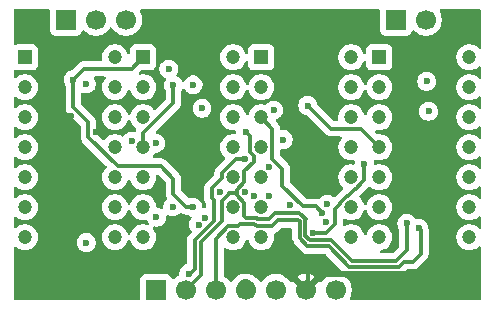
<source format=gbr>
%TF.GenerationSoftware,KiCad,Pcbnew,9.0.6*%
%TF.CreationDate,2025-12-12T15:58:06+01:00*%
%TF.ProjectId,nsm4202A_MAN3910,6e736d34-3230-4324-915f-4d414e333931,rev?*%
%TF.SameCoordinates,Original*%
%TF.FileFunction,Copper,L1,Top*%
%TF.FilePolarity,Positive*%
%FSLAX46Y46*%
G04 Gerber Fmt 4.6, Leading zero omitted, Abs format (unit mm)*
G04 Created by KiCad (PCBNEW 9.0.6) date 2025-12-12 15:58:06*
%MOMM*%
%LPD*%
G01*
G04 APERTURE LIST*
%TA.AperFunction,ComponentPad*%
%ADD10R,1.700000X1.700000*%
%TD*%
%TA.AperFunction,ComponentPad*%
%ADD11C,1.700000*%
%TD*%
%TA.AperFunction,ComponentPad*%
%ADD12R,1.200000X1.200000*%
%TD*%
%TA.AperFunction,ComponentPad*%
%ADD13C,1.200000*%
%TD*%
%TA.AperFunction,ViaPad*%
%ADD14C,0.600000*%
%TD*%
%TA.AperFunction,Conductor*%
%ADD15C,0.300000*%
%TD*%
%TA.AperFunction,Conductor*%
%ADD16C,1.000000*%
%TD*%
%TA.AperFunction,Conductor*%
%ADD17C,0.500000*%
%TD*%
G04 APERTURE END LIST*
D10*
%TO.P,J3,1,Pin_1*%
%TO.N,/D1_R1*%
X104900000Y-76340000D03*
D11*
%TO.P,J3,2,Pin_2*%
%TO.N,/D1_R2*%
X107440000Y-76340000D03*
%TO.P,J3,3,Pin_3*%
%TO.N,/D1_R3*%
X109980000Y-76340000D03*
%TD*%
D10*
%TO.P,J1,1,Pin_1*%
%TO.N,unconnected-(J1-Pin_1-Pad1)*%
X112500000Y-99200000D03*
D11*
%TO.P,J1,2,Pin_2*%
%TO.N,/SDA*%
X115040000Y-99200000D03*
%TO.P,J1,3,Pin_3*%
%TO.N,/SCL*%
X117580000Y-99200000D03*
%TO.P,J1,4,Pin_4*%
%TO.N,+5V*%
X120120000Y-99200000D03*
%TO.P,J1,5,Pin_5*%
%TO.N,unconnected-(J1-Pin_5-Pad5)*%
X122660000Y-99200000D03*
%TO.P,J1,6,Pin_6*%
%TO.N,GND*%
X125200000Y-99200000D03*
%TO.P,J1,7,Pin_7*%
%TO.N,/D1_C8*%
X127740000Y-99200000D03*
%TD*%
D10*
%TO.P,J2,1,Pin_1*%
%TO.N,/D1_R4*%
X132825000Y-76340000D03*
D11*
%TO.P,J2,2,Pin_2*%
%TO.N,/D1_R5*%
X135365000Y-76340000D03*
%TD*%
D12*
%TO.P,DS4,1,ANODE_COLUMN_2*%
%TO.N,/D2_R3*%
X131420000Y-79520400D03*
D13*
%TO.P,DS4,2,CATHODE_ROW_1*%
%TO.N,/D2_C1*%
X131420000Y-82060400D03*
%TO.P,DS4,3,CATHODE_ROW_3*%
%TO.N,/D2_C3*%
X131420000Y-84600400D03*
%TO.P,DS4,4,CATHODE_ROW_4*%
%TO.N,/D2_C4*%
X131420000Y-87140400D03*
%TO.P,DS4,5,ANODE_COLUMN_1*%
%TO.N,/D2_R2*%
X131420000Y-89680400D03*
%TO.P,DS4,6,NO_PIN*%
%TO.N,unconnected-(DS4-NO_PIN-Pad6)*%
X131420000Y-92220400D03*
%TO.P,DS4,7,ANODE_DECIMAL_POINT*%
%TO.N,/D2_R1*%
X131420000Y-94760400D03*
%TO.P,DS4,8,ANODE_COLUMN_3*%
%TO.N,/D2_R4*%
X139040000Y-94760400D03*
%TO.P,DS4,9,CATHODE_ROW_7*%
%TO.N,/D2_C7*%
X139040000Y-92220400D03*
%TO.P,DS4,10,CATHODE_ROW_6*%
%TO.N,/D2_C6*%
X139040000Y-89680400D03*
%TO.P,DS4,11,CATHODE__ROW_5*%
%TO.N,/D2_C5*%
X139040000Y-87140400D03*
%TO.P,DS4,12,CAATHODE_ROW_2*%
%TO.N,/D2_C2*%
X139040000Y-84600400D03*
%TO.P,DS4,13,ANODE_COLUMN_5*%
%TO.N,/D2_R6*%
X139040000Y-82060400D03*
%TO.P,DS4,14,ANODE_COLUMN_4*%
%TO.N,/D2_R5*%
X139040000Y-79520400D03*
%TD*%
D12*
%TO.P,DS1,1,ANODE_COLUMN_2*%
%TO.N,/D1_C3*%
X101420000Y-79520400D03*
D13*
%TO.P,DS1,2,CATHODE_ROW_1*%
%TO.N,/D1_R1*%
X101420000Y-82060400D03*
%TO.P,DS1,3,CATHODE_ROW_3*%
%TO.N,/D1_R3*%
X101420000Y-84600400D03*
%TO.P,DS1,4,CATHODE_ROW_4*%
%TO.N,/D1_R4*%
X101420000Y-87140400D03*
%TO.P,DS1,5,ANODE_COLUMN_1*%
%TO.N,/D1_C2*%
X101420000Y-89680400D03*
%TO.P,DS1,6,NO_PIN*%
%TO.N,unconnected-(DS1-NO_PIN-Pad6)*%
X101420000Y-92220400D03*
%TO.P,DS1,7,ANODE_DECIMAL_POINT*%
%TO.N,/D1_C1*%
X101420000Y-94760400D03*
%TO.P,DS1,8,ANODE_COLUMN_3*%
%TO.N,/D1_C4*%
X109040000Y-94760400D03*
%TO.P,DS1,9,CATHODE_ROW_7*%
%TO.N,/D1_R7*%
X109040000Y-92220400D03*
%TO.P,DS1,10,CATHODE_ROW_6*%
%TO.N,/D1_R6*%
X109040000Y-89680400D03*
%TO.P,DS1,11,CATHODE__ROW_5*%
%TO.N,/D1_R5*%
X109040000Y-87140400D03*
%TO.P,DS1,12,CAATHODE_ROW_2*%
%TO.N,/D1_R2*%
X109040000Y-84600400D03*
%TO.P,DS1,13,ANODE_COLUMN_5*%
%TO.N,/D1_C6*%
X109040000Y-82060400D03*
%TO.P,DS1,14,ANODE_COLUMN_4*%
%TO.N,/D1_C5*%
X109040000Y-79520400D03*
%TD*%
D12*
%TO.P,DS2,1,ANODE_COLUMN_2*%
%TO.N,/D1_R3*%
X111420000Y-79520400D03*
D13*
%TO.P,DS2,2,CATHODE_ROW_1*%
%TO.N,/D1_C1*%
X111420000Y-82060400D03*
%TO.P,DS2,3,CATHODE_ROW_3*%
%TO.N,/D1_C3*%
X111420000Y-84600400D03*
%TO.P,DS2,4,CATHODE_ROW_4*%
%TO.N,/D1_C4*%
X111420000Y-87140400D03*
%TO.P,DS2,5,ANODE_COLUMN_1*%
%TO.N,/D1_R2*%
X111420000Y-89680400D03*
%TO.P,DS2,6,NO_PIN*%
%TO.N,unconnected-(DS2-NO_PIN-Pad6)*%
X111420000Y-92220400D03*
%TO.P,DS2,7,ANODE_DECIMAL_POINT*%
%TO.N,/D1_R1*%
X111420000Y-94760400D03*
%TO.P,DS2,8,ANODE_COLUMN_3*%
%TO.N,/D1_R4*%
X119040000Y-94760400D03*
%TO.P,DS2,9,CATHODE_ROW_7*%
%TO.N,/D1_C7*%
X119040000Y-92220400D03*
%TO.P,DS2,10,CATHODE_ROW_6*%
%TO.N,/D1_C6*%
X119040000Y-89680400D03*
%TO.P,DS2,11,CATHODE__ROW_5*%
%TO.N,/D1_C5*%
X119040000Y-87140400D03*
%TO.P,DS2,12,CAATHODE_ROW_2*%
%TO.N,/D1_C2*%
X119040000Y-84600400D03*
%TO.P,DS2,13,ANODE_COLUMN_5*%
%TO.N,/D1_R6*%
X119040000Y-82060400D03*
%TO.P,DS2,14,ANODE_COLUMN_4*%
%TO.N,/D1_R5*%
X119040000Y-79520400D03*
%TD*%
D12*
%TO.P,DS3,1,ANODE_COLUMN_2*%
%TO.N,/D2_C3*%
X121420000Y-79520400D03*
D13*
%TO.P,DS3,2,CATHODE_ROW_1*%
%TO.N,/D2_R1*%
X121420000Y-82060400D03*
%TO.P,DS3,3,CATHODE_ROW_3*%
%TO.N,/D2_R3*%
X121420000Y-84600400D03*
%TO.P,DS3,4,CATHODE_ROW_4*%
%TO.N,/D2_R4*%
X121420000Y-87140400D03*
%TO.P,DS3,5,ANODE_COLUMN_1*%
%TO.N,/D2_C2*%
X121420000Y-89680400D03*
%TO.P,DS3,6,NO_PIN*%
%TO.N,unconnected-(DS3-NO_PIN-Pad6)*%
X121420000Y-92220400D03*
%TO.P,DS3,7,ANODE_DECIMAL_POINT*%
%TO.N,/D2_C1*%
X121420000Y-94760400D03*
%TO.P,DS3,8,ANODE_COLUMN_3*%
%TO.N,/D2_C4*%
X129040000Y-94760400D03*
%TO.P,DS3,9,CATHODE_ROW_7*%
%TO.N,/D2_R7*%
X129040000Y-92220400D03*
%TO.P,DS3,10,CATHODE_ROW_6*%
%TO.N,/D2_R6*%
X129040000Y-89680400D03*
%TO.P,DS3,11,CATHODE__ROW_5*%
%TO.N,/D2_R5*%
X129040000Y-87140400D03*
%TO.P,DS3,12,CAATHODE_ROW_2*%
%TO.N,/D2_R2*%
X129040000Y-84600400D03*
%TO.P,DS3,13,ANODE_COLUMN_5*%
%TO.N,/D2_C6*%
X129040000Y-82060400D03*
%TO.P,DS3,14,ANODE_COLUMN_4*%
%TO.N,/D2_C5*%
X129040000Y-79520400D03*
%TD*%
D14*
%TO.N,GND*%
X120420000Y-96200000D03*
%TO.N,/SDA*%
X120100000Y-85825000D03*
X133750000Y-93575000D03*
%TO.N,/SCL*%
X120075000Y-88100000D03*
X134742985Y-93965644D03*
X115271950Y-97819346D03*
%TO.N,+5V*%
X117912366Y-90887634D03*
X120054400Y-90932320D03*
X125814154Y-94371605D03*
X130161231Y-88513200D03*
X113925000Y-92175000D03*
%TO.N,GND*%
X133750000Y-83110000D03*
X133280000Y-98520000D03*
X105400000Y-88740000D03*
X124479999Y-87849999D03*
X105310000Y-84480000D03*
X136100000Y-98490000D03*
X122520000Y-96200000D03*
X106370000Y-77810000D03*
X134700000Y-98510000D03*
X116064800Y-89435200D03*
X124550000Y-79090000D03*
X114620000Y-76420000D03*
X134800000Y-86537500D03*
X109300000Y-97470000D03*
X114250000Y-95010000D03*
X105860000Y-79620000D03*
X123610000Y-80360000D03*
X115230000Y-88600400D03*
X104090000Y-89860000D03*
X138810000Y-98570000D03*
X137410000Y-98490000D03*
X113100000Y-76480000D03*
X106670000Y-91360000D03*
X136650000Y-79240000D03*
X119400000Y-96200000D03*
X104040000Y-81250000D03*
X106180000Y-78580000D03*
X131460000Y-98940000D03*
X105310000Y-92300000D03*
X125230000Y-88600000D03*
X116350000Y-76480000D03*
X136430000Y-93410000D03*
X133550000Y-87520000D03*
X126254334Y-87544772D03*
X114589800Y-87960200D03*
X137440000Y-90550000D03*
X123970000Y-95250000D03*
X103290000Y-85880000D03*
X107440000Y-85830000D03*
X125780000Y-77110000D03*
X125895000Y-88205000D03*
X137320000Y-87390000D03*
%TO.N,/D1_R2*%
X116114522Y-93676145D03*
%TO.N,/D1_C8*%
X110443637Y-86633724D03*
%TO.N,/D1_C2*%
X115650000Y-81850000D03*
X106600000Y-81775000D03*
%TO.N,/D1_C3*%
X113600000Y-80500000D03*
%TO.N,/D1_C7*%
X112510824Y-86776244D03*
%TO.N,/D1_C4*%
X113991398Y-81886544D03*
%TO.N,/D1_R4*%
X106600000Y-95200000D03*
%TO.N,/D1_R1*%
X116696370Y-93099467D03*
%TO.N,/D1_R3*%
X105500000Y-81400000D03*
X115631192Y-92184745D03*
%TO.N,/D1_R6*%
X116408146Y-83824603D03*
%TO.N,/D1_R5*%
X112550000Y-93050000D03*
%TO.N,/D2_R5*%
X123829318Y-92030621D03*
%TO.N,/D2_C7*%
X122106317Y-88757646D03*
%TO.N,/D2_C2*%
X135425000Y-81550000D03*
%TO.N,/D2_R7*%
X120797752Y-91253284D03*
%TO.N,/D2_R6*%
X122071478Y-91285194D03*
X135585419Y-84089581D03*
%TO.N,/D2_R3*%
X126561789Y-92675350D03*
%TO.N,/D2_C5*%
X122471080Y-83975000D03*
%TO.N,/D2_C6*%
X123275000Y-86475000D03*
%TO.N,/D2_R4*%
X126875000Y-93475000D03*
%TO.N,/D2_R2*%
X127014459Y-91955910D03*
%TO.N,/D2_C4*%
X125366381Y-83594670D03*
%TD*%
D15*
%TO.N,/SDA*%
X119991000Y-90074318D02*
X119991000Y-89173950D01*
X129090000Y-96750000D02*
X127362605Y-95022605D01*
X118730000Y-91020000D02*
X118590000Y-91160000D01*
X119346298Y-91020000D02*
X119346298Y-90719020D01*
X127362605Y-95022605D02*
X125544500Y-95022605D01*
X118089000Y-91662414D02*
X118089000Y-93403894D01*
X116301000Y-97939000D02*
X115040000Y-99200000D01*
X118590000Y-91160000D02*
X118590000Y-91161414D01*
X118590000Y-91161414D02*
X118089000Y-91662414D01*
X119991000Y-89173950D02*
X120775000Y-88389950D01*
X133750000Y-93575000D02*
X133750000Y-95850000D01*
X120469000Y-87534318D02*
X120469000Y-86194000D01*
X119346298Y-91181780D02*
X119346298Y-91020000D01*
X116301000Y-95191894D02*
X116301000Y-97939000D01*
X121095188Y-93171400D02*
X121023788Y-93100000D01*
X120775000Y-88389950D02*
X120775000Y-87840318D01*
X119346298Y-91020000D02*
X118730000Y-91020000D01*
X125163154Y-94641259D02*
X125163154Y-93226585D01*
X125186585Y-93226585D02*
X124650000Y-92690000D01*
X119991000Y-92950000D02*
X119991000Y-91826482D01*
X121023788Y-93100000D02*
X120141000Y-93100000D01*
X125163154Y-93226585D02*
X125186585Y-93226585D01*
X133750000Y-95850000D02*
X132850000Y-96750000D01*
X118089000Y-93403894D02*
X116301000Y-95191894D01*
X122578211Y-92690000D02*
X122096811Y-93171400D01*
X120469000Y-86194000D02*
X120100000Y-85825000D01*
X122096811Y-93171400D02*
X121095188Y-93171400D01*
X120141000Y-93100000D02*
X119991000Y-92950000D01*
X132850000Y-96750000D02*
X129090000Y-96750000D01*
X120775000Y-87840318D02*
X120469000Y-87534318D01*
X125544500Y-95022605D02*
X125163154Y-94641259D01*
X119346298Y-90719020D02*
X119991000Y-90074318D01*
X119991000Y-91826482D02*
X119346298Y-91181780D01*
X124650000Y-92690000D02*
X122578211Y-92690000D01*
%TO.N,/SCL*%
X121026082Y-93809400D02*
X121155282Y-93809400D01*
X124562894Y-93310000D02*
X124662154Y-93409260D01*
X121200000Y-93764682D02*
X122365318Y-93764682D01*
X134250000Y-96825000D02*
X134942985Y-96132015D01*
X119275482Y-88100000D02*
X118089000Y-89286482D01*
X134942985Y-96132015D02*
X134942985Y-94165644D01*
X125336980Y-95523605D02*
X127156499Y-95523605D01*
X124662154Y-94848779D02*
X125336980Y-95523605D01*
X117212366Y-91415260D02*
X117420000Y-91622894D01*
X117212366Y-90597684D02*
X117212366Y-91415260D01*
X119643318Y-93600000D02*
X120816682Y-93600000D01*
X117580000Y-99200000D02*
X117580000Y-94875482D01*
X122365318Y-93764682D02*
X122820000Y-93310000D01*
X117580000Y-94875482D02*
X118646082Y-93809400D01*
X128882894Y-97250000D02*
X133057106Y-97250000D01*
X117420000Y-91622894D02*
X117420000Y-93366482D01*
X133482107Y-96825000D02*
X134250000Y-96825000D01*
X118089000Y-89721050D02*
X117212366Y-90597684D01*
X118089000Y-89286482D02*
X118089000Y-89721050D01*
X124662154Y-93409260D02*
X124662154Y-94848779D01*
X133057106Y-97250000D02*
X133482107Y-96825000D01*
X120816682Y-93600000D02*
X121026082Y-93809400D01*
X115800000Y-94986482D02*
X115800000Y-97400000D01*
X127156499Y-95523605D02*
X128882894Y-97250000D01*
X120075000Y-88100000D02*
X119275482Y-88100000D01*
X121155282Y-93809400D02*
X121200000Y-93764682D01*
X122820000Y-93310000D02*
X124562894Y-93310000D01*
X117420000Y-93366482D02*
X115800000Y-94986482D01*
X134942985Y-94165644D02*
X134742985Y-93965644D01*
X115380654Y-97819346D02*
X115271950Y-97819346D01*
X119433918Y-93809400D02*
X119643318Y-93600000D01*
X118646082Y-93809400D02*
X119433918Y-93809400D01*
X115800000Y-97400000D02*
X115380654Y-97819346D01*
%TO.N,+5V*%
X126899049Y-94371605D02*
X127665459Y-93605195D01*
X129393600Y-90631400D02*
X129433918Y-90631400D01*
X128089000Y-91936000D02*
X128089000Y-91826482D01*
D16*
X120120000Y-98828000D02*
X120022545Y-98828000D01*
D15*
X125814154Y-94371605D02*
X126899049Y-94371605D01*
X127665459Y-93605195D02*
X127665459Y-92359541D01*
X127665459Y-92359541D02*
X128089000Y-91936000D01*
X129991000Y-90034000D02*
X130161231Y-89863769D01*
X128089000Y-91826482D02*
X128646082Y-91269400D01*
X129991000Y-90074318D02*
X129991000Y-90034000D01*
X130161231Y-89863769D02*
X130161231Y-88513200D01*
D16*
X120120000Y-99200000D02*
X120120000Y-98828000D01*
D15*
X128646082Y-91269400D02*
X128755600Y-91269400D01*
X128755600Y-91269400D02*
X129393600Y-90631400D01*
X129433918Y-90631400D02*
X129991000Y-90074318D01*
D17*
%TO.N,GND*%
X134089000Y-97899000D02*
X134700000Y-98510000D01*
D15*
X125360000Y-96640000D02*
X125360000Y-98340000D01*
D17*
X119400000Y-96200000D02*
X121220000Y-96200000D01*
X122190000Y-97170000D02*
X123170000Y-97170000D01*
X136430000Y-93410000D02*
X136430000Y-98160000D01*
X136430000Y-98160000D02*
X136100000Y-98490000D01*
X136100000Y-98490000D02*
X134720000Y-98490000D01*
D15*
X123970000Y-95250000D02*
X125360000Y-96640000D01*
D17*
X123170000Y-97170000D02*
X125200000Y-99200000D01*
X125200000Y-99200000D02*
X126501000Y-97899000D01*
X126501000Y-97899000D02*
X134089000Y-97899000D01*
X121220000Y-96200000D02*
X122190000Y-97170000D01*
X134720000Y-98490000D02*
X134700000Y-98510000D01*
D15*
%TO.N,/D1_C4*%
X111420000Y-87140400D02*
X111420000Y-85945318D01*
X113991398Y-83373920D02*
X113991398Y-81886544D01*
X111420000Y-85945318D02*
X113991398Y-83373920D01*
%TO.N,/D1_R3*%
X110469000Y-80471400D02*
X106428600Y-80471400D01*
X106789000Y-85018346D02*
X106789000Y-86234318D01*
X106789000Y-86234318D02*
X109284082Y-88729400D01*
X109284082Y-88729400D02*
X112909400Y-88729400D01*
X106428600Y-80471400D02*
X105500000Y-81400000D01*
X112909400Y-88729400D02*
X113985000Y-89805000D01*
X113985000Y-91085000D02*
X115084745Y-92184745D01*
X105500000Y-81400000D02*
X105500000Y-83729346D01*
X113985000Y-89805000D02*
X113985000Y-91085000D01*
X111420000Y-79520400D02*
X110469000Y-80471400D01*
X105500000Y-83729346D02*
X106789000Y-85018346D01*
X115084745Y-92184745D02*
X115631192Y-92184745D01*
%TO.N,/D2_R3*%
X121420000Y-84600400D02*
X122371000Y-85551400D01*
X123200000Y-90400000D02*
X124938561Y-92138561D01*
X122371000Y-88101674D02*
X123200000Y-88930674D01*
X126025000Y-92138561D02*
X126561789Y-92675350D01*
X122371000Y-85551400D02*
X122371000Y-88101674D01*
X124938561Y-92138561D02*
X126025000Y-92138561D01*
X123200000Y-88930674D02*
X123200000Y-90400000D01*
%TO.N,/D2_C4*%
X131420000Y-87140400D02*
X129831000Y-85551400D01*
X129831000Y-85551400D02*
X127323111Y-85551400D01*
X127323111Y-85551400D02*
X125366381Y-83594670D01*
%TD*%
%TA.AperFunction,Conductor*%
%TO.N,GND*%
G36*
X103492539Y-75470185D02*
G01*
X103538294Y-75522989D01*
X103549500Y-75574500D01*
X103549500Y-77237870D01*
X103549501Y-77237876D01*
X103555908Y-77297483D01*
X103606202Y-77432328D01*
X103606206Y-77432335D01*
X103692452Y-77547544D01*
X103692455Y-77547547D01*
X103807664Y-77633793D01*
X103807671Y-77633797D01*
X103942517Y-77684091D01*
X103942516Y-77684091D01*
X103949444Y-77684835D01*
X104002127Y-77690500D01*
X105797872Y-77690499D01*
X105857483Y-77684091D01*
X105992331Y-77633796D01*
X106107546Y-77547546D01*
X106193796Y-77432331D01*
X106242810Y-77300916D01*
X106284681Y-77244984D01*
X106350145Y-77220566D01*
X106418418Y-77235417D01*
X106446673Y-77256569D01*
X106560213Y-77370109D01*
X106732179Y-77495048D01*
X106732181Y-77495049D01*
X106732184Y-77495051D01*
X106921588Y-77591557D01*
X107123757Y-77657246D01*
X107333713Y-77690500D01*
X107333714Y-77690500D01*
X107546286Y-77690500D01*
X107546287Y-77690500D01*
X107756243Y-77657246D01*
X107958412Y-77591557D01*
X108147816Y-77495051D01*
X108234138Y-77432335D01*
X108319786Y-77370109D01*
X108319788Y-77370106D01*
X108319792Y-77370104D01*
X108470104Y-77219792D01*
X108470106Y-77219788D01*
X108470109Y-77219786D01*
X108595048Y-77047820D01*
X108595047Y-77047820D01*
X108595051Y-77047816D01*
X108599514Y-77039054D01*
X108647488Y-76988259D01*
X108715308Y-76971463D01*
X108781444Y-76993999D01*
X108820486Y-77039056D01*
X108824951Y-77047820D01*
X108949890Y-77219786D01*
X109100213Y-77370109D01*
X109272179Y-77495048D01*
X109272181Y-77495049D01*
X109272184Y-77495051D01*
X109461588Y-77591557D01*
X109663757Y-77657246D01*
X109873713Y-77690500D01*
X109873714Y-77690500D01*
X110086286Y-77690500D01*
X110086287Y-77690500D01*
X110296243Y-77657246D01*
X110498412Y-77591557D01*
X110687816Y-77495051D01*
X110774138Y-77432335D01*
X110859786Y-77370109D01*
X110859788Y-77370106D01*
X110859792Y-77370104D01*
X111010104Y-77219792D01*
X111010106Y-77219788D01*
X111010109Y-77219786D01*
X111135048Y-77047820D01*
X111135047Y-77047820D01*
X111135051Y-77047816D01*
X111231557Y-76858412D01*
X111297246Y-76656243D01*
X111330500Y-76446287D01*
X111330500Y-76233713D01*
X111297246Y-76023757D01*
X111231557Y-75821588D01*
X111135051Y-75632184D01*
X111135050Y-75632182D01*
X111134343Y-75630795D01*
X111121447Y-75562126D01*
X111147723Y-75497385D01*
X111204830Y-75457128D01*
X111244828Y-75450500D01*
X131350500Y-75450500D01*
X131417539Y-75470185D01*
X131463294Y-75522989D01*
X131474500Y-75574500D01*
X131474500Y-77237870D01*
X131474501Y-77237876D01*
X131480908Y-77297483D01*
X131531202Y-77432328D01*
X131531206Y-77432335D01*
X131617452Y-77547544D01*
X131617455Y-77547547D01*
X131732664Y-77633793D01*
X131732671Y-77633797D01*
X131867517Y-77684091D01*
X131867516Y-77684091D01*
X131874444Y-77684835D01*
X131927127Y-77690500D01*
X133722872Y-77690499D01*
X133782483Y-77684091D01*
X133917331Y-77633796D01*
X134032546Y-77547546D01*
X134118796Y-77432331D01*
X134167810Y-77300916D01*
X134209681Y-77244984D01*
X134275145Y-77220566D01*
X134343418Y-77235417D01*
X134371673Y-77256569D01*
X134485213Y-77370109D01*
X134657179Y-77495048D01*
X134657181Y-77495049D01*
X134657184Y-77495051D01*
X134846588Y-77591557D01*
X135048757Y-77657246D01*
X135258713Y-77690500D01*
X135258714Y-77690500D01*
X135471286Y-77690500D01*
X135471287Y-77690500D01*
X135681243Y-77657246D01*
X135883412Y-77591557D01*
X136072816Y-77495051D01*
X136159138Y-77432335D01*
X136244786Y-77370109D01*
X136244788Y-77370106D01*
X136244792Y-77370104D01*
X136395104Y-77219792D01*
X136395106Y-77219788D01*
X136395109Y-77219786D01*
X136520048Y-77047820D01*
X136520047Y-77047820D01*
X136520051Y-77047816D01*
X136616557Y-76858412D01*
X136682246Y-76656243D01*
X136715500Y-76446287D01*
X136715500Y-76233713D01*
X136682246Y-76023757D01*
X136616557Y-75821588D01*
X136520051Y-75632184D01*
X136520050Y-75632182D01*
X136519343Y-75630795D01*
X136506447Y-75562126D01*
X136532723Y-75497385D01*
X136589830Y-75457128D01*
X136629828Y-75450500D01*
X139925500Y-75450500D01*
X139992539Y-75470185D01*
X140038294Y-75522989D01*
X140049500Y-75574500D01*
X140049500Y-78674196D01*
X140029815Y-78741235D01*
X139977011Y-78786990D01*
X139907853Y-78796934D01*
X139844297Y-78767909D01*
X139837819Y-78761877D01*
X139756930Y-78680988D01*
X139756928Y-78680986D01*
X139616788Y-78579168D01*
X139462445Y-78500527D01*
X139297701Y-78446998D01*
X139297699Y-78446997D01*
X139297698Y-78446997D01*
X139166271Y-78426181D01*
X139126611Y-78419900D01*
X138953389Y-78419900D01*
X138913728Y-78426181D01*
X138782302Y-78446997D01*
X138617552Y-78500528D01*
X138463211Y-78579168D01*
X138383256Y-78637259D01*
X138323072Y-78680986D01*
X138323070Y-78680988D01*
X138323069Y-78680988D01*
X138200588Y-78803469D01*
X138200588Y-78803470D01*
X138200586Y-78803472D01*
X138193725Y-78812916D01*
X138098768Y-78943611D01*
X138020128Y-79097952D01*
X137966597Y-79262702D01*
X137939500Y-79433789D01*
X137939500Y-79607010D01*
X137961639Y-79746795D01*
X137966598Y-79778101D01*
X138020127Y-79942845D01*
X138098768Y-80097188D01*
X138200586Y-80237328D01*
X138323072Y-80359814D01*
X138463212Y-80461632D01*
X138617555Y-80540273D01*
X138782299Y-80593802D01*
X138953389Y-80620900D01*
X138953390Y-80620900D01*
X139126610Y-80620900D01*
X139126611Y-80620900D01*
X139297701Y-80593802D01*
X139462445Y-80540273D01*
X139616788Y-80461632D01*
X139756928Y-80359814D01*
X139837819Y-80278923D01*
X139899142Y-80245438D01*
X139968834Y-80250422D01*
X140024767Y-80292294D01*
X140049184Y-80357758D01*
X140049500Y-80366604D01*
X140049500Y-81214196D01*
X140029815Y-81281235D01*
X139977011Y-81326990D01*
X139907853Y-81336934D01*
X139844297Y-81307909D01*
X139837819Y-81301877D01*
X139756930Y-81220988D01*
X139756928Y-81220986D01*
X139616788Y-81119168D01*
X139462445Y-81040527D01*
X139297701Y-80986998D01*
X139297699Y-80986997D01*
X139297698Y-80986997D01*
X139166271Y-80966181D01*
X139126611Y-80959900D01*
X138953389Y-80959900D01*
X138913728Y-80966181D01*
X138782302Y-80986997D01*
X138617552Y-81040528D01*
X138463211Y-81119168D01*
X138392118Y-81170821D01*
X138323072Y-81220986D01*
X138323070Y-81220988D01*
X138323069Y-81220988D01*
X138200588Y-81343469D01*
X138200588Y-81343470D01*
X138200586Y-81343472D01*
X138176771Y-81376251D01*
X138098768Y-81483611D01*
X138020128Y-81637952D01*
X137966597Y-81802702D01*
X137944103Y-81944725D01*
X137939500Y-81973789D01*
X137939500Y-82147011D01*
X137943989Y-82175354D01*
X137963174Y-82296487D01*
X137966598Y-82318101D01*
X138020127Y-82482845D01*
X138098768Y-82637188D01*
X138200586Y-82777328D01*
X138323072Y-82899814D01*
X138463212Y-83001632D01*
X138617555Y-83080273D01*
X138782299Y-83133802D01*
X138953389Y-83160900D01*
X138953390Y-83160900D01*
X139126610Y-83160900D01*
X139126611Y-83160900D01*
X139297701Y-83133802D01*
X139462445Y-83080273D01*
X139616788Y-83001632D01*
X139756928Y-82899814D01*
X139837819Y-82818923D01*
X139899142Y-82785438D01*
X139968834Y-82790422D01*
X140024767Y-82832294D01*
X140049184Y-82897758D01*
X140049500Y-82906604D01*
X140049500Y-83754196D01*
X140029815Y-83821235D01*
X139977011Y-83866990D01*
X139907853Y-83876934D01*
X139844297Y-83847909D01*
X139837819Y-83841877D01*
X139756930Y-83760988D01*
X139756928Y-83760986D01*
X139616788Y-83659168D01*
X139462445Y-83580527D01*
X139297701Y-83526998D01*
X139297699Y-83526997D01*
X139297698Y-83526997D01*
X139166271Y-83506181D01*
X139126611Y-83499900D01*
X138953389Y-83499900D01*
X138913728Y-83506181D01*
X138782302Y-83526997D01*
X138617552Y-83580528D01*
X138463211Y-83659168D01*
X138392704Y-83710395D01*
X138323072Y-83760986D01*
X138323070Y-83760988D01*
X138323069Y-83760988D01*
X138200588Y-83883469D01*
X138200588Y-83883470D01*
X138200586Y-83883472D01*
X138186072Y-83903449D01*
X138098768Y-84023611D01*
X138020128Y-84177952D01*
X137966597Y-84342702D01*
X137939500Y-84513789D01*
X137939500Y-84687010D01*
X137963904Y-84841096D01*
X137966598Y-84858101D01*
X138020127Y-85022845D01*
X138098768Y-85177188D01*
X138200586Y-85317328D01*
X138323072Y-85439814D01*
X138463212Y-85541632D01*
X138617555Y-85620273D01*
X138782299Y-85673802D01*
X138953389Y-85700900D01*
X138953390Y-85700900D01*
X139126610Y-85700900D01*
X139126611Y-85700900D01*
X139297701Y-85673802D01*
X139462445Y-85620273D01*
X139616788Y-85541632D01*
X139756928Y-85439814D01*
X139837819Y-85358923D01*
X139899142Y-85325438D01*
X139968834Y-85330422D01*
X140024767Y-85372294D01*
X140049184Y-85437758D01*
X140049500Y-85446604D01*
X140049500Y-86294196D01*
X140029815Y-86361235D01*
X139977011Y-86406990D01*
X139907853Y-86416934D01*
X139844297Y-86387909D01*
X139837819Y-86381877D01*
X139756930Y-86300988D01*
X139756928Y-86300986D01*
X139616788Y-86199168D01*
X139468152Y-86123435D01*
X139462447Y-86120528D01*
X139462446Y-86120527D01*
X139462445Y-86120527D01*
X139297701Y-86066998D01*
X139297699Y-86066997D01*
X139297698Y-86066997D01*
X139165984Y-86046136D01*
X139126611Y-86039900D01*
X138953389Y-86039900D01*
X138914016Y-86046136D01*
X138782302Y-86066997D01*
X138617552Y-86120528D01*
X138463211Y-86199168D01*
X138404950Y-86241498D01*
X138323072Y-86300986D01*
X138323070Y-86300988D01*
X138323069Y-86300988D01*
X138200588Y-86423469D01*
X138200588Y-86423470D01*
X138200586Y-86423472D01*
X138158634Y-86481214D01*
X138098768Y-86563611D01*
X138020128Y-86717952D01*
X137966597Y-86882702D01*
X137939500Y-87053789D01*
X137939500Y-87227010D01*
X137966586Y-87398030D01*
X137966598Y-87398101D01*
X138020127Y-87562845D01*
X138098768Y-87717188D01*
X138200586Y-87857328D01*
X138323072Y-87979814D01*
X138463212Y-88081632D01*
X138617555Y-88160273D01*
X138782299Y-88213802D01*
X138953389Y-88240900D01*
X138953390Y-88240900D01*
X139126610Y-88240900D01*
X139126611Y-88240900D01*
X139297701Y-88213802D01*
X139462445Y-88160273D01*
X139616788Y-88081632D01*
X139756928Y-87979814D01*
X139837819Y-87898923D01*
X139899142Y-87865438D01*
X139968834Y-87870422D01*
X140024767Y-87912294D01*
X140049184Y-87977758D01*
X140049500Y-87986604D01*
X140049500Y-88834196D01*
X140029815Y-88901235D01*
X139977011Y-88946990D01*
X139907853Y-88956934D01*
X139844297Y-88927909D01*
X139837819Y-88921877D01*
X139756930Y-88840988D01*
X139756928Y-88840986D01*
X139616788Y-88739168D01*
X139462445Y-88660527D01*
X139297701Y-88606998D01*
X139297699Y-88606997D01*
X139297698Y-88606997D01*
X139156216Y-88584589D01*
X139126611Y-88579900D01*
X138953389Y-88579900D01*
X138923784Y-88584589D01*
X138782302Y-88606997D01*
X138617552Y-88660528D01*
X138463211Y-88739168D01*
X138411486Y-88776749D01*
X138323072Y-88840986D01*
X138323070Y-88840988D01*
X138323069Y-88840988D01*
X138200588Y-88963469D01*
X138200588Y-88963470D01*
X138200586Y-88963472D01*
X138156859Y-89023656D01*
X138098768Y-89103611D01*
X138020128Y-89257952D01*
X137966597Y-89422702D01*
X137939500Y-89593789D01*
X137939500Y-89767010D01*
X137963174Y-89916487D01*
X137966598Y-89938101D01*
X138020127Y-90102845D01*
X138098768Y-90257188D01*
X138200586Y-90397328D01*
X138323072Y-90519814D01*
X138463212Y-90621632D01*
X138617555Y-90700273D01*
X138782299Y-90753802D01*
X138953389Y-90780900D01*
X138953390Y-90780900D01*
X139126610Y-90780900D01*
X139126611Y-90780900D01*
X139297701Y-90753802D01*
X139462445Y-90700273D01*
X139616788Y-90621632D01*
X139756928Y-90519814D01*
X139837819Y-90438923D01*
X139899142Y-90405438D01*
X139968834Y-90410422D01*
X140024767Y-90452294D01*
X140049184Y-90517758D01*
X140049500Y-90526604D01*
X140049500Y-91374196D01*
X140029815Y-91441235D01*
X139977011Y-91486990D01*
X139907853Y-91496934D01*
X139844297Y-91467909D01*
X139837819Y-91461877D01*
X139756930Y-91380988D01*
X139756928Y-91380986D01*
X139616788Y-91279168D01*
X139462445Y-91200527D01*
X139297701Y-91146998D01*
X139297699Y-91146997D01*
X139297698Y-91146997D01*
X139166271Y-91126181D01*
X139126611Y-91119900D01*
X138953389Y-91119900D01*
X138913728Y-91126181D01*
X138782302Y-91146997D01*
X138782299Y-91146998D01*
X138652370Y-91189215D01*
X138617552Y-91200528D01*
X138463211Y-91279168D01*
X138411467Y-91316763D01*
X138323072Y-91380986D01*
X138323070Y-91380988D01*
X138323069Y-91380988D01*
X138200588Y-91503469D01*
X138200588Y-91503470D01*
X138200586Y-91503472D01*
X138184900Y-91525062D01*
X138098768Y-91643611D01*
X138020128Y-91797952D01*
X137966597Y-91962702D01*
X137939500Y-92133789D01*
X137939500Y-92307010D01*
X137963174Y-92456487D01*
X137966598Y-92478101D01*
X138020127Y-92642845D01*
X138098768Y-92797188D01*
X138200586Y-92937328D01*
X138323072Y-93059814D01*
X138463212Y-93161632D01*
X138617555Y-93240273D01*
X138782299Y-93293802D01*
X138953389Y-93320900D01*
X138953390Y-93320900D01*
X139126610Y-93320900D01*
X139126611Y-93320900D01*
X139297701Y-93293802D01*
X139462445Y-93240273D01*
X139616788Y-93161632D01*
X139756928Y-93059814D01*
X139837819Y-92978923D01*
X139899142Y-92945438D01*
X139968834Y-92950422D01*
X140024767Y-92992294D01*
X140049184Y-93057758D01*
X140049500Y-93066604D01*
X140049500Y-93914196D01*
X140029815Y-93981235D01*
X139977011Y-94026990D01*
X139907853Y-94036934D01*
X139844297Y-94007909D01*
X139837819Y-94001877D01*
X139756930Y-93920988D01*
X139756928Y-93920986D01*
X139616788Y-93819168D01*
X139586040Y-93803501D01*
X139462447Y-93740528D01*
X139462446Y-93740527D01*
X139462445Y-93740527D01*
X139297701Y-93686998D01*
X139297699Y-93686997D01*
X139297698Y-93686997D01*
X139145167Y-93662839D01*
X139126611Y-93659900D01*
X138953389Y-93659900D01*
X138934833Y-93662839D01*
X138782302Y-93686997D01*
X138617552Y-93740528D01*
X138463211Y-93819168D01*
X138420087Y-93850500D01*
X138323072Y-93920986D01*
X138323070Y-93920988D01*
X138323069Y-93920988D01*
X138200588Y-94043469D01*
X138200588Y-94043470D01*
X138200586Y-94043472D01*
X138191975Y-94055324D01*
X138098768Y-94183611D01*
X138020128Y-94337952D01*
X137966597Y-94502702D01*
X137939500Y-94673789D01*
X137939500Y-94847010D01*
X137966597Y-95018097D01*
X137966597Y-95018099D01*
X137966598Y-95018101D01*
X138011698Y-95156904D01*
X138020128Y-95182847D01*
X138069042Y-95278846D01*
X138098768Y-95337188D01*
X138200586Y-95477328D01*
X138323072Y-95599814D01*
X138463212Y-95701632D01*
X138617555Y-95780273D01*
X138782299Y-95833802D01*
X138953389Y-95860900D01*
X138953390Y-95860900D01*
X139126610Y-95860900D01*
X139126611Y-95860900D01*
X139297701Y-95833802D01*
X139462445Y-95780273D01*
X139616788Y-95701632D01*
X139756928Y-95599814D01*
X139837819Y-95518923D01*
X139899142Y-95485438D01*
X139968834Y-95490422D01*
X140024767Y-95532294D01*
X140049184Y-95597758D01*
X140049500Y-95606604D01*
X140049500Y-99925500D01*
X140029815Y-99992539D01*
X139977011Y-100038294D01*
X139925500Y-100049500D01*
X129025209Y-100049500D01*
X128958170Y-100029815D01*
X128912415Y-99977011D01*
X128902471Y-99907853D01*
X128914724Y-99869205D01*
X128929500Y-99840205D01*
X128991557Y-99718412D01*
X129057246Y-99516243D01*
X129090500Y-99306287D01*
X129090500Y-99093713D01*
X129057246Y-98883757D01*
X128991557Y-98681588D01*
X128895051Y-98492184D01*
X128895049Y-98492181D01*
X128895048Y-98492179D01*
X128770109Y-98320213D01*
X128619786Y-98169890D01*
X128447820Y-98044951D01*
X128258414Y-97948444D01*
X128258413Y-97948443D01*
X128258412Y-97948443D01*
X128056243Y-97882754D01*
X128056241Y-97882753D01*
X128056240Y-97882753D01*
X127894957Y-97857208D01*
X127846287Y-97849500D01*
X127633713Y-97849500D01*
X127585042Y-97857208D01*
X127423760Y-97882753D01*
X127221585Y-97948444D01*
X127032179Y-98044951D01*
X126860213Y-98169890D01*
X126709890Y-98320213D01*
X126584949Y-98492182D01*
X126580202Y-98501499D01*
X126532227Y-98552293D01*
X126464405Y-98569087D01*
X126398271Y-98546548D01*
X126359234Y-98501495D01*
X126354626Y-98492452D01*
X126315270Y-98438282D01*
X126315269Y-98438282D01*
X125682962Y-99070589D01*
X125665925Y-99007007D01*
X125600099Y-98892993D01*
X125507007Y-98799901D01*
X125392993Y-98734075D01*
X125329409Y-98717037D01*
X125961716Y-98084728D01*
X125907550Y-98045375D01*
X125718217Y-97948904D01*
X125516129Y-97883242D01*
X125306246Y-97850000D01*
X125093754Y-97850000D01*
X124883872Y-97883242D01*
X124883869Y-97883242D01*
X124681782Y-97948904D01*
X124492439Y-98045380D01*
X124438282Y-98084727D01*
X124438282Y-98084728D01*
X125070591Y-98717037D01*
X125007007Y-98734075D01*
X124892993Y-98799901D01*
X124799901Y-98892993D01*
X124734075Y-99007007D01*
X124717037Y-99070591D01*
X124084728Y-98438282D01*
X124084727Y-98438282D01*
X124045380Y-98492440D01*
X124045376Y-98492446D01*
X124040760Y-98501505D01*
X123992781Y-98552297D01*
X123924959Y-98569087D01*
X123858826Y-98546543D01*
X123819794Y-98501493D01*
X123815051Y-98492184D01*
X123815049Y-98492181D01*
X123815048Y-98492179D01*
X123690109Y-98320213D01*
X123539786Y-98169890D01*
X123367820Y-98044951D01*
X123178414Y-97948444D01*
X123178413Y-97948443D01*
X123178412Y-97948443D01*
X122976243Y-97882754D01*
X122976241Y-97882753D01*
X122976240Y-97882753D01*
X122814957Y-97857208D01*
X122766287Y-97849500D01*
X122553713Y-97849500D01*
X122505042Y-97857208D01*
X122343760Y-97882753D01*
X122141585Y-97948444D01*
X121952179Y-98044951D01*
X121780213Y-98169890D01*
X121629890Y-98320213D01*
X121504949Y-98492182D01*
X121500484Y-98500946D01*
X121452509Y-98551742D01*
X121384688Y-98568536D01*
X121318553Y-98545998D01*
X121279516Y-98500946D01*
X121275050Y-98492182D01*
X121150109Y-98320213D01*
X120999786Y-98169890D01*
X120827820Y-98044951D01*
X120638412Y-97948442D01*
X120515847Y-97908617D01*
X120506716Y-97905249D01*
X120486452Y-97896855D01*
X120411835Y-97865949D01*
X120411831Y-97865948D01*
X120411828Y-97865947D01*
X120218543Y-97827500D01*
X120218541Y-97827500D01*
X119924004Y-97827500D01*
X119924002Y-97827500D01*
X119730715Y-97865947D01*
X119730705Y-97865950D01*
X119548637Y-97941364D01*
X119548624Y-97941371D01*
X119384766Y-98050858D01*
X119384760Y-98050862D01*
X119340430Y-98095192D01*
X119325638Y-98107826D01*
X119240208Y-98169895D01*
X119089890Y-98320213D01*
X118964949Y-98492182D01*
X118960484Y-98500946D01*
X118912509Y-98551742D01*
X118844688Y-98568536D01*
X118778553Y-98545998D01*
X118739516Y-98500946D01*
X118735050Y-98492182D01*
X118610109Y-98320213D01*
X118459786Y-98169890D01*
X118283875Y-98042085D01*
X118284851Y-98040740D01*
X118242834Y-97994295D01*
X118230500Y-97940382D01*
X118230500Y-95775920D01*
X118250185Y-95708881D01*
X118302989Y-95663126D01*
X118372147Y-95653182D01*
X118427385Y-95675602D01*
X118446692Y-95689629D01*
X118463210Y-95701631D01*
X118463212Y-95701632D01*
X118617555Y-95780273D01*
X118782299Y-95833802D01*
X118953389Y-95860900D01*
X118953390Y-95860900D01*
X119126610Y-95860900D01*
X119126611Y-95860900D01*
X119297701Y-95833802D01*
X119462445Y-95780273D01*
X119616788Y-95701632D01*
X119756928Y-95599814D01*
X119879414Y-95477328D01*
X119981232Y-95337188D01*
X120059873Y-95182845D01*
X120112069Y-95022200D01*
X120151507Y-94964526D01*
X120215865Y-94937328D01*
X120284712Y-94949243D01*
X120336187Y-94996487D01*
X120347929Y-95022198D01*
X120391699Y-95156906D01*
X120400128Y-95182847D01*
X120449042Y-95278846D01*
X120478768Y-95337188D01*
X120580586Y-95477328D01*
X120703072Y-95599814D01*
X120843212Y-95701632D01*
X120997555Y-95780273D01*
X121162299Y-95833802D01*
X121333389Y-95860900D01*
X121333390Y-95860900D01*
X121506610Y-95860900D01*
X121506611Y-95860900D01*
X121677701Y-95833802D01*
X121842445Y-95780273D01*
X121996788Y-95701632D01*
X122136928Y-95599814D01*
X122259414Y-95477328D01*
X122361232Y-95337188D01*
X122439873Y-95182845D01*
X122493402Y-95018101D01*
X122520500Y-94847011D01*
X122520500Y-94673789D01*
X122495766Y-94517626D01*
X122504720Y-94448335D01*
X122549717Y-94394883D01*
X122570783Y-94383671D01*
X122673445Y-94341147D01*
X122678227Y-94337952D01*
X122695150Y-94326645D01*
X122751579Y-94288939D01*
X122779987Y-94269959D01*
X123053127Y-93996819D01*
X123114450Y-93963334D01*
X123140808Y-93960500D01*
X123887654Y-93960500D01*
X123954693Y-93980185D01*
X124000448Y-94032989D01*
X124011654Y-94084500D01*
X124011654Y-94912849D01*
X124016724Y-94938336D01*
X124029418Y-95002150D01*
X124032591Y-95018101D01*
X124036653Y-95038523D01*
X124070879Y-95121153D01*
X124085689Y-95156906D01*
X124156877Y-95263448D01*
X124156880Y-95263452D01*
X124922305Y-96028877D01*
X124922312Y-96028883D01*
X125028000Y-96099501D01*
X125028005Y-96099504D01*
X125028847Y-96100067D01*
X125028850Y-96100068D01*
X125028853Y-96100070D01*
X125147236Y-96149106D01*
X125147240Y-96149106D01*
X125147241Y-96149107D01*
X125272908Y-96174105D01*
X125272911Y-96174105D01*
X126835691Y-96174105D01*
X126902730Y-96193790D01*
X126923372Y-96210424D01*
X127705744Y-96992795D01*
X128377618Y-97664669D01*
X128453448Y-97740499D01*
X128468226Y-97755277D01*
X128574760Y-97826461D01*
X128574769Y-97826466D01*
X128601586Y-97837574D01*
X128693150Y-97875501D01*
X128693154Y-97875501D01*
X128693155Y-97875502D01*
X128818822Y-97900500D01*
X128818825Y-97900500D01*
X133121177Y-97900500D01*
X133246845Y-97875502D01*
X133246845Y-97875501D01*
X133246850Y-97875501D01*
X133295881Y-97855190D01*
X133295885Y-97855190D01*
X133295885Y-97855189D01*
X133308413Y-97850000D01*
X133365232Y-97826466D01*
X133471775Y-97755277D01*
X133715234Y-97511819D01*
X133776557Y-97478334D01*
X133802915Y-97475500D01*
X134314071Y-97475500D01*
X134398615Y-97458682D01*
X134439744Y-97450501D01*
X134558127Y-97401465D01*
X134596984Y-97375502D01*
X134596985Y-97375502D01*
X134647632Y-97341660D01*
X134664669Y-97330277D01*
X135448262Y-96546684D01*
X135519450Y-96440142D01*
X135531798Y-96410331D01*
X135568486Y-96321759D01*
X135593485Y-96196084D01*
X135593485Y-94101575D01*
X135593485Y-94101572D01*
X135568487Y-93975905D01*
X135568486Y-93975904D01*
X135568486Y-93975900D01*
X135552924Y-93938329D01*
X135543485Y-93890877D01*
X135543485Y-93886799D01*
X135543484Y-93886797D01*
X135536264Y-93850499D01*
X135512722Y-93732147D01*
X135504846Y-93713132D01*
X135452382Y-93586471D01*
X135452375Y-93586458D01*
X135364774Y-93455355D01*
X135364771Y-93455351D01*
X135253277Y-93343857D01*
X135253273Y-93343854D01*
X135122170Y-93256253D01*
X135122157Y-93256246D01*
X134976486Y-93195908D01*
X134976474Y-93195905D01*
X134821830Y-93165144D01*
X134821827Y-93165144D01*
X134664143Y-93165144D01*
X134664138Y-93165144D01*
X134546583Y-93188527D01*
X134476991Y-93182300D01*
X134421814Y-93139436D01*
X134419290Y-93135801D01*
X134371789Y-93064710D01*
X134260292Y-92953213D01*
X134260288Y-92953210D01*
X134129185Y-92865609D01*
X134129172Y-92865602D01*
X133983501Y-92805264D01*
X133983489Y-92805261D01*
X133828845Y-92774500D01*
X133828842Y-92774500D01*
X133671158Y-92774500D01*
X133671155Y-92774500D01*
X133516510Y-92805261D01*
X133516498Y-92805264D01*
X133370827Y-92865602D01*
X133370814Y-92865609D01*
X133239711Y-92953210D01*
X133239707Y-92953213D01*
X133128213Y-93064707D01*
X133128210Y-93064711D01*
X133040609Y-93195814D01*
X133040602Y-93195827D01*
X132980264Y-93341498D01*
X132980261Y-93341510D01*
X132949500Y-93496153D01*
X132949500Y-93653846D01*
X132980261Y-93808489D01*
X132980264Y-93808501D01*
X133040602Y-93954172D01*
X133040606Y-93954179D01*
X133078602Y-94011044D01*
X133099480Y-94077721D01*
X133099500Y-94079935D01*
X133099500Y-95529192D01*
X133079815Y-95596231D01*
X133063181Y-95616873D01*
X132616873Y-96063181D01*
X132555550Y-96096666D01*
X132529192Y-96099500D01*
X131575717Y-96099500D01*
X131508678Y-96079815D01*
X131462923Y-96027011D01*
X131452979Y-95957853D01*
X131482004Y-95894297D01*
X131540782Y-95856523D01*
X131556319Y-95853027D01*
X131677701Y-95833802D01*
X131842445Y-95780273D01*
X131996788Y-95701632D01*
X132136928Y-95599814D01*
X132259414Y-95477328D01*
X132361232Y-95337188D01*
X132439873Y-95182845D01*
X132493402Y-95018101D01*
X132520500Y-94847011D01*
X132520500Y-94673789D01*
X132493402Y-94502699D01*
X132439873Y-94337955D01*
X132361232Y-94183612D01*
X132259414Y-94043472D01*
X132136928Y-93920986D01*
X131996788Y-93819168D01*
X131966040Y-93803501D01*
X131842447Y-93740528D01*
X131842446Y-93740527D01*
X131842445Y-93740527D01*
X131677701Y-93686998D01*
X131677699Y-93686997D01*
X131677698Y-93686997D01*
X131525167Y-93662839D01*
X131506611Y-93659900D01*
X131333389Y-93659900D01*
X131314833Y-93662839D01*
X131162302Y-93686997D01*
X130997552Y-93740528D01*
X130843211Y-93819168D01*
X130800087Y-93850500D01*
X130703072Y-93920986D01*
X130703070Y-93920988D01*
X130703069Y-93920988D01*
X130580588Y-94043469D01*
X130580588Y-94043470D01*
X130580586Y-94043472D01*
X130571975Y-94055324D01*
X130478768Y-94183611D01*
X130400128Y-94337952D01*
X130347931Y-94498597D01*
X130308493Y-94556273D01*
X130244135Y-94583471D01*
X130175288Y-94571556D01*
X130123813Y-94524312D01*
X130112069Y-94498597D01*
X130059873Y-94337955D01*
X129981232Y-94183612D01*
X129879414Y-94043472D01*
X129756928Y-93920986D01*
X129616788Y-93819168D01*
X129586040Y-93803501D01*
X129462447Y-93740528D01*
X129462446Y-93740527D01*
X129462445Y-93740527D01*
X129297701Y-93686998D01*
X129297699Y-93686997D01*
X129297698Y-93686997D01*
X129145167Y-93662839D01*
X129126611Y-93659900D01*
X128953389Y-93659900D01*
X128934833Y-93662839D01*
X128782302Y-93686997D01*
X128782299Y-93686998D01*
X128693626Y-93715810D01*
X128617549Y-93740529D01*
X128493957Y-93803501D01*
X128425287Y-93816397D01*
X128360547Y-93790120D01*
X128320291Y-93733013D01*
X128316488Y-93675439D01*
X128315362Y-93675329D01*
X128315959Y-93669266D01*
X128315959Y-93288952D01*
X128335644Y-93221913D01*
X128388448Y-93176158D01*
X128457606Y-93166214D01*
X128496250Y-93178466D01*
X128617555Y-93240273D01*
X128782299Y-93293802D01*
X128953389Y-93320900D01*
X128953390Y-93320900D01*
X129126610Y-93320900D01*
X129126611Y-93320900D01*
X129297701Y-93293802D01*
X129462445Y-93240273D01*
X129616788Y-93161632D01*
X129756928Y-93059814D01*
X129879414Y-92937328D01*
X129981232Y-92797188D01*
X130059873Y-92642845D01*
X130112069Y-92482200D01*
X130151507Y-92424526D01*
X130215865Y-92397328D01*
X130284712Y-92409243D01*
X130336187Y-92456487D01*
X130347929Y-92482198D01*
X130400127Y-92642845D01*
X130478768Y-92797188D01*
X130580586Y-92937328D01*
X130703072Y-93059814D01*
X130843212Y-93161632D01*
X130997555Y-93240273D01*
X131162299Y-93293802D01*
X131333389Y-93320900D01*
X131333390Y-93320900D01*
X131506610Y-93320900D01*
X131506611Y-93320900D01*
X131677701Y-93293802D01*
X131842445Y-93240273D01*
X131996788Y-93161632D01*
X132136928Y-93059814D01*
X132259414Y-92937328D01*
X132361232Y-92797188D01*
X132439873Y-92642845D01*
X132493402Y-92478101D01*
X132520500Y-92307011D01*
X132520500Y-92133789D01*
X132493402Y-91962699D01*
X132439873Y-91797955D01*
X132361232Y-91643612D01*
X132259414Y-91503472D01*
X132136928Y-91380986D01*
X131996788Y-91279168D01*
X131842445Y-91200527D01*
X131677701Y-91146998D01*
X131677699Y-91146997D01*
X131677698Y-91146997D01*
X131546271Y-91126181D01*
X131506611Y-91119900D01*
X131333389Y-91119900D01*
X131293728Y-91126181D01*
X131162302Y-91146997D01*
X131162299Y-91146998D01*
X131032370Y-91189215D01*
X130997552Y-91200528D01*
X130843211Y-91279168D01*
X130791467Y-91316763D01*
X130703072Y-91380986D01*
X130703070Y-91380988D01*
X130703069Y-91380988D01*
X130580588Y-91503469D01*
X130580588Y-91503470D01*
X130580586Y-91503472D01*
X130564900Y-91525062D01*
X130478768Y-91643611D01*
X130400128Y-91797952D01*
X130400127Y-91797954D01*
X130400127Y-91797955D01*
X130350317Y-91951255D01*
X130347931Y-91958597D01*
X130308493Y-92016273D01*
X130244135Y-92043471D01*
X130175288Y-92031556D01*
X130123813Y-91984312D01*
X130112069Y-91958597D01*
X130109854Y-91951779D01*
X130059873Y-91797955D01*
X129981232Y-91643612D01*
X129879414Y-91503472D01*
X129756928Y-91380986D01*
X129754028Y-91378086D01*
X129720543Y-91316763D01*
X129725527Y-91247071D01*
X129767399Y-91191138D01*
X129772801Y-91187314D01*
X129848587Y-91136677D01*
X130496277Y-90488987D01*
X130496580Y-90488684D01*
X130557903Y-90455199D01*
X130627594Y-90460183D01*
X130671942Y-90488684D01*
X130703072Y-90519814D01*
X130843212Y-90621632D01*
X130997555Y-90700273D01*
X131162299Y-90753802D01*
X131333389Y-90780900D01*
X131333390Y-90780900D01*
X131506610Y-90780900D01*
X131506611Y-90780900D01*
X131677701Y-90753802D01*
X131842445Y-90700273D01*
X131996788Y-90621632D01*
X132136928Y-90519814D01*
X132259414Y-90397328D01*
X132361232Y-90257188D01*
X132439873Y-90102845D01*
X132493402Y-89938101D01*
X132520500Y-89767011D01*
X132520500Y-89593789D01*
X132493402Y-89422699D01*
X132439873Y-89257955D01*
X132361232Y-89103612D01*
X132259414Y-88963472D01*
X132136928Y-88840986D01*
X131996788Y-88739168D01*
X131842445Y-88660527D01*
X131677701Y-88606998D01*
X131677699Y-88606997D01*
X131677698Y-88606997D01*
X131536216Y-88584589D01*
X131506611Y-88579900D01*
X131333389Y-88579900D01*
X131303784Y-88584589D01*
X131162301Y-88606997D01*
X131162297Y-88606998D01*
X131124048Y-88619426D01*
X131102821Y-88620032D01*
X131082287Y-88625447D01*
X131068594Y-88621010D01*
X131054207Y-88621421D01*
X131036020Y-88610454D01*
X131015820Y-88603908D01*
X131006700Y-88592773D01*
X130994374Y-88585340D01*
X130985005Y-88566283D01*
X130971549Y-88549854D01*
X130967765Y-88531218D01*
X130963547Y-88522638D01*
X130962550Y-88515726D01*
X130961731Y-88508637D01*
X130961731Y-88434358D01*
X130941258Y-88331436D01*
X130940680Y-88326429D01*
X130945789Y-88296769D01*
X130948471Y-88266798D01*
X130951659Y-88262694D01*
X130952541Y-88257574D01*
X130972871Y-88235388D01*
X130991334Y-88211621D01*
X130996234Y-88209892D01*
X130999745Y-88206061D01*
X131028843Y-88198387D01*
X131057223Y-88188376D01*
X131063628Y-88189215D01*
X131067305Y-88188246D01*
X131074822Y-88190682D01*
X131102174Y-88194266D01*
X131162299Y-88213802D01*
X131333389Y-88240900D01*
X131333390Y-88240900D01*
X131506610Y-88240900D01*
X131506611Y-88240900D01*
X131677701Y-88213802D01*
X131842445Y-88160273D01*
X131996788Y-88081632D01*
X132136928Y-87979814D01*
X132259414Y-87857328D01*
X132361232Y-87717188D01*
X132439873Y-87562845D01*
X132493402Y-87398101D01*
X132520500Y-87227011D01*
X132520500Y-87053789D01*
X132493402Y-86882699D01*
X132439873Y-86717955D01*
X132361232Y-86563612D01*
X132259414Y-86423472D01*
X132136928Y-86300986D01*
X131996788Y-86199168D01*
X131848152Y-86123435D01*
X131842447Y-86120528D01*
X131842446Y-86120527D01*
X131842445Y-86120527D01*
X131677701Y-86066998D01*
X131677699Y-86066997D01*
X131677698Y-86066997D01*
X131545984Y-86046136D01*
X131506611Y-86039900D01*
X131333389Y-86039900D01*
X131333388Y-86039900D01*
X131314691Y-86042861D01*
X131309265Y-86042159D01*
X131304141Y-86044071D01*
X131274986Y-86037728D01*
X131245397Y-86033904D01*
X131239794Y-86030073D01*
X131235868Y-86029219D01*
X131207614Y-86008068D01*
X131088824Y-85889278D01*
X131055339Y-85827955D01*
X131060323Y-85758263D01*
X131102195Y-85702330D01*
X131167659Y-85677913D01*
X131195899Y-85679123D01*
X131333389Y-85700900D01*
X131333390Y-85700900D01*
X131506610Y-85700900D01*
X131506611Y-85700900D01*
X131677701Y-85673802D01*
X131842445Y-85620273D01*
X131996788Y-85541632D01*
X132136928Y-85439814D01*
X132259414Y-85317328D01*
X132361232Y-85177188D01*
X132439873Y-85022845D01*
X132493402Y-84858101D01*
X132520500Y-84687011D01*
X132520500Y-84513789D01*
X132493402Y-84342699D01*
X132439873Y-84177955D01*
X132371708Y-84044173D01*
X132361233Y-84023613D01*
X132351876Y-84010734D01*
X134784919Y-84010734D01*
X134784919Y-84168427D01*
X134815680Y-84323070D01*
X134815683Y-84323082D01*
X134876021Y-84468753D01*
X134876028Y-84468766D01*
X134963629Y-84599869D01*
X134963632Y-84599873D01*
X135075126Y-84711367D01*
X135075130Y-84711370D01*
X135206233Y-84798971D01*
X135206246Y-84798978D01*
X135348974Y-84858097D01*
X135351922Y-84859318D01*
X135506572Y-84890080D01*
X135506575Y-84890081D01*
X135506577Y-84890081D01*
X135664263Y-84890081D01*
X135664264Y-84890080D01*
X135818916Y-84859318D01*
X135938044Y-84809974D01*
X135964591Y-84798978D01*
X135964591Y-84798977D01*
X135964598Y-84798975D01*
X136095708Y-84711370D01*
X136207208Y-84599870D01*
X136294813Y-84468760D01*
X136355156Y-84323078D01*
X136385919Y-84168423D01*
X136385919Y-84010739D01*
X136385919Y-84010736D01*
X136385918Y-84010734D01*
X136367689Y-83919090D01*
X136355156Y-83856084D01*
X136343594Y-83828171D01*
X136294816Y-83710408D01*
X136294809Y-83710395D01*
X136207208Y-83579292D01*
X136207205Y-83579288D01*
X136095711Y-83467794D01*
X136095707Y-83467791D01*
X135964604Y-83380190D01*
X135964591Y-83380183D01*
X135818920Y-83319845D01*
X135818908Y-83319842D01*
X135664264Y-83289081D01*
X135664261Y-83289081D01*
X135506577Y-83289081D01*
X135506574Y-83289081D01*
X135351929Y-83319842D01*
X135351917Y-83319845D01*
X135206246Y-83380183D01*
X135206233Y-83380190D01*
X135075130Y-83467791D01*
X135075126Y-83467794D01*
X134963632Y-83579288D01*
X134963629Y-83579292D01*
X134876028Y-83710395D01*
X134876021Y-83710408D01*
X134815683Y-83856079D01*
X134815680Y-83856091D01*
X134784919Y-84010734D01*
X132351876Y-84010734D01*
X132325077Y-83973849D01*
X132259414Y-83883472D01*
X132136928Y-83760986D01*
X131996788Y-83659168D01*
X131842445Y-83580527D01*
X131677701Y-83526998D01*
X131677699Y-83526997D01*
X131677698Y-83526997D01*
X131546271Y-83506181D01*
X131506611Y-83499900D01*
X131333389Y-83499900D01*
X131293728Y-83506181D01*
X131162302Y-83526997D01*
X130997552Y-83580528D01*
X130843211Y-83659168D01*
X130772704Y-83710395D01*
X130703072Y-83760986D01*
X130703070Y-83760988D01*
X130703069Y-83760988D01*
X130580588Y-83883469D01*
X130580588Y-83883470D01*
X130580586Y-83883472D01*
X130566072Y-83903449D01*
X130478768Y-84023611D01*
X130400128Y-84177952D01*
X130400127Y-84177954D01*
X130400127Y-84177955D01*
X130359151Y-84304067D01*
X130347931Y-84338597D01*
X130308493Y-84396273D01*
X130244135Y-84423471D01*
X130175288Y-84411556D01*
X130123813Y-84364312D01*
X130112069Y-84338597D01*
X130107028Y-84323082D01*
X130059873Y-84177955D01*
X129981232Y-84023612D01*
X129879414Y-83883472D01*
X129756928Y-83760986D01*
X129616788Y-83659168D01*
X129462445Y-83580527D01*
X129297701Y-83526998D01*
X129297699Y-83526997D01*
X129297698Y-83526997D01*
X129166271Y-83506181D01*
X129126611Y-83499900D01*
X128953389Y-83499900D01*
X128913728Y-83506181D01*
X128782302Y-83526997D01*
X128617552Y-83580528D01*
X128463211Y-83659168D01*
X128392704Y-83710395D01*
X128323072Y-83760986D01*
X128323070Y-83760988D01*
X128323069Y-83760988D01*
X128200588Y-83883469D01*
X128200588Y-83883470D01*
X128200586Y-83883472D01*
X128186072Y-83903449D01*
X128098768Y-84023611D01*
X128020128Y-84177952D01*
X127966597Y-84342702D01*
X127946633Y-84468753D01*
X127939500Y-84513789D01*
X127939500Y-84687011D01*
X127950036Y-84753535D01*
X127950665Y-84757502D01*
X127948269Y-84776042D01*
X127950930Y-84794547D01*
X127943884Y-84809974D01*
X127941711Y-84826795D01*
X127929671Y-84841096D01*
X127921905Y-84858103D01*
X127907635Y-84867273D01*
X127896714Y-84880247D01*
X127878855Y-84885769D01*
X127863127Y-84895877D01*
X127831423Y-84900435D01*
X127829963Y-84900887D01*
X127828192Y-84900900D01*
X127643919Y-84900900D01*
X127576880Y-84881215D01*
X127556238Y-84864581D01*
X126183396Y-83491739D01*
X126149911Y-83430416D01*
X126149474Y-83428322D01*
X126136118Y-83361173D01*
X126106257Y-83289081D01*
X126075778Y-83215497D01*
X126075771Y-83215484D01*
X125988170Y-83084381D01*
X125988167Y-83084377D01*
X125876673Y-82972883D01*
X125876669Y-82972880D01*
X125745566Y-82885279D01*
X125745553Y-82885272D01*
X125599882Y-82824934D01*
X125599870Y-82824931D01*
X125445226Y-82794170D01*
X125445223Y-82794170D01*
X125287539Y-82794170D01*
X125287536Y-82794170D01*
X125132891Y-82824931D01*
X125132879Y-82824934D01*
X124987208Y-82885272D01*
X124987195Y-82885279D01*
X124856092Y-82972880D01*
X124856088Y-82972883D01*
X124744594Y-83084377D01*
X124744591Y-83084381D01*
X124656990Y-83215484D01*
X124656983Y-83215497D01*
X124596645Y-83361168D01*
X124596642Y-83361180D01*
X124565881Y-83515823D01*
X124565881Y-83673516D01*
X124596642Y-83828159D01*
X124596645Y-83828171D01*
X124656983Y-83973842D01*
X124656990Y-83973855D01*
X124744591Y-84104958D01*
X124744594Y-84104962D01*
X124856088Y-84216456D01*
X124856092Y-84216459D01*
X124987195Y-84304060D01*
X124987208Y-84304067D01*
X125061628Y-84334892D01*
X125132884Y-84364407D01*
X125199961Y-84377749D01*
X125261869Y-84410131D01*
X125263449Y-84411684D01*
X126908436Y-86056672D01*
X126908443Y-86056678D01*
X127003999Y-86120526D01*
X127004000Y-86120526D01*
X127004003Y-86120528D01*
X127014984Y-86127865D01*
X127133367Y-86176901D01*
X127133371Y-86176901D01*
X127133372Y-86176902D01*
X127259039Y-86201900D01*
X127259042Y-86201900D01*
X128122796Y-86201900D01*
X128189835Y-86221585D01*
X128235590Y-86274389D01*
X128245534Y-86343547D01*
X128216509Y-86407103D01*
X128210477Y-86413581D01*
X128200588Y-86423469D01*
X128200588Y-86423470D01*
X128200586Y-86423472D01*
X128158634Y-86481214D01*
X128098768Y-86563611D01*
X128020128Y-86717952D01*
X127966597Y-86882702D01*
X127939500Y-87053789D01*
X127939500Y-87227010D01*
X127966586Y-87398030D01*
X127966598Y-87398101D01*
X128020127Y-87562845D01*
X128098768Y-87717188D01*
X128200586Y-87857328D01*
X128323072Y-87979814D01*
X128463212Y-88081632D01*
X128617555Y-88160273D01*
X128782299Y-88213802D01*
X128953389Y-88240900D01*
X128953390Y-88240900D01*
X129126609Y-88240900D01*
X129126611Y-88240900D01*
X129232356Y-88224151D01*
X129258022Y-88227467D01*
X129283897Y-88226863D01*
X129292107Y-88231872D01*
X129301647Y-88233105D01*
X129321449Y-88249774D01*
X129343542Y-88263254D01*
X129347740Y-88271906D01*
X129355099Y-88278101D01*
X129362744Y-88302828D01*
X129374044Y-88326114D01*
X129373853Y-88338753D01*
X129375739Y-88344852D01*
X129374869Y-88361398D01*
X129374299Y-88366147D01*
X129360731Y-88434358D01*
X129360731Y-88479210D01*
X129359848Y-88486569D01*
X129348883Y-88512144D01*
X129341046Y-88538834D01*
X129335308Y-88543805D01*
X129332316Y-88550786D01*
X129309264Y-88566372D01*
X129288242Y-88584589D01*
X129280726Y-88585669D01*
X129274436Y-88589923D01*
X129246623Y-88590573D01*
X129219084Y-88594533D01*
X129217335Y-88594269D01*
X129193998Y-88590573D01*
X129126611Y-88579900D01*
X128953389Y-88579900D01*
X128923784Y-88584589D01*
X128782302Y-88606997D01*
X128617552Y-88660528D01*
X128463211Y-88739168D01*
X128411486Y-88776749D01*
X128323072Y-88840986D01*
X128323070Y-88840988D01*
X128323069Y-88840988D01*
X128200588Y-88963469D01*
X128200588Y-88963470D01*
X128200586Y-88963472D01*
X128156859Y-89023656D01*
X128098768Y-89103611D01*
X128020128Y-89257952D01*
X127966597Y-89422702D01*
X127939500Y-89593789D01*
X127939500Y-89767010D01*
X127963174Y-89916487D01*
X127966598Y-89938101D01*
X128020127Y-90102845D01*
X128098768Y-90257188D01*
X128200586Y-90397328D01*
X128200588Y-90397330D01*
X128325971Y-90522713D01*
X128359456Y-90584036D01*
X128354472Y-90653728D01*
X128312600Y-90709661D01*
X128307181Y-90713496D01*
X128231410Y-90764124D01*
X127678631Y-91316903D01*
X127617308Y-91350388D01*
X127547616Y-91345404D01*
X127522059Y-91332324D01*
X127393644Y-91246519D01*
X127393631Y-91246512D01*
X127247960Y-91186174D01*
X127247948Y-91186171D01*
X127093304Y-91155410D01*
X127093301Y-91155410D01*
X126935617Y-91155410D01*
X126935614Y-91155410D01*
X126780969Y-91186171D01*
X126780957Y-91186174D01*
X126635286Y-91246512D01*
X126635273Y-91246519D01*
X126504170Y-91334120D01*
X126504166Y-91334123D01*
X126392672Y-91445617D01*
X126392668Y-91445622D01*
X126375341Y-91471553D01*
X126321727Y-91516356D01*
X126252402Y-91525062D01*
X126224792Y-91517221D01*
X126214752Y-91513062D01*
X126214738Y-91513058D01*
X126089071Y-91488061D01*
X126089069Y-91488061D01*
X125259369Y-91488061D01*
X125192330Y-91468376D01*
X125171688Y-91451742D01*
X123886819Y-90166873D01*
X123853334Y-90105550D01*
X123850500Y-90079192D01*
X123850500Y-88866602D01*
X123825502Y-88740935D01*
X123825501Y-88740934D01*
X123825501Y-88740930D01*
X123776465Y-88622547D01*
X123705277Y-88516005D01*
X123705275Y-88516003D01*
X123705273Y-88516000D01*
X123057819Y-87868546D01*
X123024334Y-87807223D01*
X123021500Y-87780865D01*
X123021500Y-87391853D01*
X123041185Y-87324814D01*
X123093989Y-87279059D01*
X123163147Y-87269115D01*
X123169692Y-87270236D01*
X123196155Y-87275500D01*
X123196158Y-87275500D01*
X123353844Y-87275500D01*
X123353845Y-87275499D01*
X123508497Y-87244737D01*
X123654179Y-87184394D01*
X123785289Y-87096789D01*
X123896789Y-86985289D01*
X123984394Y-86854179D01*
X124044737Y-86708497D01*
X124075500Y-86553842D01*
X124075500Y-86396158D01*
X124075500Y-86396155D01*
X124075499Y-86396153D01*
X124047331Y-86254545D01*
X124044737Y-86241503D01*
X124027202Y-86199169D01*
X123984397Y-86095827D01*
X123984390Y-86095814D01*
X123896789Y-85964711D01*
X123896786Y-85964707D01*
X123785292Y-85853213D01*
X123785288Y-85853210D01*
X123654185Y-85765609D01*
X123654172Y-85765602D01*
X123508501Y-85705264D01*
X123508489Y-85705261D01*
X123353845Y-85674500D01*
X123353842Y-85674500D01*
X123196158Y-85674500D01*
X123196156Y-85674500D01*
X123169692Y-85679764D01*
X123100100Y-85673537D01*
X123044923Y-85630674D01*
X123021678Y-85564784D01*
X123021500Y-85558147D01*
X123021500Y-85487328D01*
X122996502Y-85361661D01*
X122996501Y-85361660D01*
X122996501Y-85361656D01*
X122947465Y-85243273D01*
X122923956Y-85208089D01*
X122876277Y-85136731D01*
X122876275Y-85136728D01*
X122680030Y-84940483D01*
X122646545Y-84879160D01*
X122651529Y-84809468D01*
X122693401Y-84753535D01*
X122720256Y-84738242D01*
X122785140Y-84711367D01*
X122850253Y-84684397D01*
X122850256Y-84684395D01*
X122850259Y-84684394D01*
X122981369Y-84596789D01*
X123092869Y-84485289D01*
X123180474Y-84354179D01*
X123240817Y-84208497D01*
X123271580Y-84053842D01*
X123271580Y-83896158D01*
X123271580Y-83896155D01*
X123271579Y-83896153D01*
X123263608Y-83856079D01*
X123240817Y-83741503D01*
X123212656Y-83673516D01*
X123180477Y-83595827D01*
X123180470Y-83595814D01*
X123092869Y-83464711D01*
X123092866Y-83464707D01*
X122981372Y-83353213D01*
X122981368Y-83353210D01*
X122850265Y-83265609D01*
X122850252Y-83265602D01*
X122704581Y-83205264D01*
X122704569Y-83205261D01*
X122549925Y-83174500D01*
X122549922Y-83174500D01*
X122392238Y-83174500D01*
X122392235Y-83174500D01*
X122237590Y-83205261D01*
X122237578Y-83205264D01*
X122091907Y-83265602D01*
X122091894Y-83265609D01*
X121960791Y-83353210D01*
X121960787Y-83353213D01*
X121849295Y-83464705D01*
X121849291Y-83464710D01*
X121836633Y-83483653D01*
X121783018Y-83528455D01*
X121713693Y-83537159D01*
X121695217Y-83532689D01*
X121677700Y-83526997D01*
X121533708Y-83504191D01*
X121506611Y-83499900D01*
X121333389Y-83499900D01*
X121293728Y-83506181D01*
X121162302Y-83526997D01*
X120997552Y-83580528D01*
X120843211Y-83659168D01*
X120772704Y-83710395D01*
X120703072Y-83760986D01*
X120703070Y-83760988D01*
X120703069Y-83760988D01*
X120580588Y-83883469D01*
X120580588Y-83883470D01*
X120580586Y-83883472D01*
X120566072Y-83903449D01*
X120478768Y-84023611D01*
X120400128Y-84177952D01*
X120400127Y-84177954D01*
X120400127Y-84177955D01*
X120359151Y-84304067D01*
X120347931Y-84338597D01*
X120308493Y-84396273D01*
X120244135Y-84423471D01*
X120175288Y-84411556D01*
X120123813Y-84364312D01*
X120112069Y-84338597D01*
X120107028Y-84323082D01*
X120059873Y-84177955D01*
X119981232Y-84023612D01*
X119879414Y-83883472D01*
X119756928Y-83760986D01*
X119616788Y-83659168D01*
X119462445Y-83580527D01*
X119297701Y-83526998D01*
X119297699Y-83526997D01*
X119297698Y-83526997D01*
X119166271Y-83506181D01*
X119126611Y-83499900D01*
X118953389Y-83499900D01*
X118913728Y-83506181D01*
X118782302Y-83526997D01*
X118617552Y-83580528D01*
X118463211Y-83659168D01*
X118392704Y-83710395D01*
X118323072Y-83760986D01*
X118323070Y-83760988D01*
X118323069Y-83760988D01*
X118200588Y-83883469D01*
X118200588Y-83883470D01*
X118200586Y-83883472D01*
X118186072Y-83903449D01*
X118098768Y-84023611D01*
X118020128Y-84177952D01*
X117966597Y-84342702D01*
X117939500Y-84513789D01*
X117939500Y-84687010D01*
X117963904Y-84841096D01*
X117966598Y-84858101D01*
X118020127Y-85022845D01*
X118098768Y-85177188D01*
X118200586Y-85317328D01*
X118323072Y-85439814D01*
X118463212Y-85541632D01*
X118617555Y-85620273D01*
X118782299Y-85673802D01*
X118953389Y-85700900D01*
X118953390Y-85700900D01*
X119126610Y-85700900D01*
X119126611Y-85700900D01*
X119156102Y-85696229D01*
X119173922Y-85698531D01*
X119191677Y-85695762D01*
X119207853Y-85702916D01*
X119225396Y-85705184D01*
X119239142Y-85716756D01*
X119255575Y-85724024D01*
X119265314Y-85738787D01*
X119278848Y-85750180D01*
X119284156Y-85767348D01*
X119294050Y-85782346D01*
X119298997Y-85815347D01*
X119299487Y-85816932D01*
X119299491Y-85817218D01*
X119299500Y-85817969D01*
X119299500Y-85903842D01*
X119300593Y-85909340D01*
X119300731Y-85920810D01*
X119294214Y-85944028D01*
X119291991Y-85968046D01*
X119284942Y-85977062D01*
X119281850Y-85988080D01*
X119263813Y-86004090D01*
X119248960Y-86023092D01*
X119238157Y-86026866D01*
X119229598Y-86034464D01*
X119205766Y-86038181D01*
X119182999Y-86046136D01*
X119161969Y-86045014D01*
X119160563Y-86045234D01*
X119159806Y-86044899D01*
X119157347Y-86044768D01*
X119126611Y-86039900D01*
X118953389Y-86039900D01*
X118914016Y-86046136D01*
X118782302Y-86066997D01*
X118617552Y-86120528D01*
X118463211Y-86199168D01*
X118404950Y-86241498D01*
X118323072Y-86300986D01*
X118323070Y-86300988D01*
X118323069Y-86300988D01*
X118200588Y-86423469D01*
X118200588Y-86423470D01*
X118200586Y-86423472D01*
X118158634Y-86481214D01*
X118098768Y-86563611D01*
X118020128Y-86717952D01*
X117966597Y-86882702D01*
X117939500Y-87053789D01*
X117939500Y-87227010D01*
X117966586Y-87398030D01*
X117966598Y-87398101D01*
X118020127Y-87562845D01*
X118098768Y-87717188D01*
X118200586Y-87857328D01*
X118200588Y-87857330D01*
X118311715Y-87968457D01*
X118345200Y-88029780D01*
X118340216Y-88099472D01*
X118311715Y-88143819D01*
X117583727Y-88871807D01*
X117583721Y-88871814D01*
X117533224Y-88947389D01*
X117533225Y-88947390D01*
X117512534Y-88978356D01*
X117463499Y-89096737D01*
X117463497Y-89096743D01*
X117438500Y-89222410D01*
X117438500Y-89400241D01*
X117418815Y-89467280D01*
X117402181Y-89487922D01*
X116707093Y-90183009D01*
X116707090Y-90183012D01*
X116657528Y-90257187D01*
X116657529Y-90257188D01*
X116635900Y-90289558D01*
X116586865Y-90407939D01*
X116586863Y-90407945D01*
X116561866Y-90533612D01*
X116561866Y-91479333D01*
X116585277Y-91597025D01*
X116586864Y-91605002D01*
X116635899Y-91723385D01*
X116672122Y-91777596D01*
X116707089Y-91829929D01*
X116733181Y-91856021D01*
X116747887Y-91882953D01*
X116764477Y-91908767D01*
X116765368Y-91914965D01*
X116766666Y-91917342D01*
X116769500Y-91943702D01*
X116769500Y-92174967D01*
X116749815Y-92242006D01*
X116697011Y-92287761D01*
X116645500Y-92298967D01*
X116617528Y-92298967D01*
X116579882Y-92306455D01*
X116510291Y-92300226D01*
X116455114Y-92257363D01*
X116431870Y-92191473D01*
X116431692Y-92184837D01*
X116431692Y-92105900D01*
X116431691Y-92105898D01*
X116418812Y-92041153D01*
X116400929Y-91951248D01*
X116397803Y-91943702D01*
X116340589Y-91805572D01*
X116340582Y-91805559D01*
X116252981Y-91674456D01*
X116252978Y-91674452D01*
X116141484Y-91562958D01*
X116141480Y-91562955D01*
X116010377Y-91475354D01*
X116010364Y-91475347D01*
X115864693Y-91415009D01*
X115864681Y-91415006D01*
X115710037Y-91384245D01*
X115710034Y-91384245D01*
X115552350Y-91384245D01*
X115552347Y-91384245D01*
X115397703Y-91415005D01*
X115397698Y-91415007D01*
X115397696Y-91415007D01*
X115397695Y-91415008D01*
X115397693Y-91415009D01*
X115359162Y-91430968D01*
X115289692Y-91438434D01*
X115227214Y-91407157D01*
X115224032Y-91404086D01*
X114671819Y-90851873D01*
X114638334Y-90790550D01*
X114635500Y-90764192D01*
X114635500Y-89740928D01*
X114610502Y-89615261D01*
X114610501Y-89615260D01*
X114610501Y-89615256D01*
X114561465Y-89496873D01*
X114547669Y-89476226D01*
X114490277Y-89390331D01*
X114490275Y-89390329D01*
X114490273Y-89390326D01*
X113324073Y-88224126D01*
X113302770Y-88209892D01*
X113217527Y-88152935D01*
X113099144Y-88103899D01*
X113099138Y-88103897D01*
X112973471Y-88078900D01*
X112973469Y-88078900D01*
X112337204Y-88078900D01*
X112270165Y-88059215D01*
X112224410Y-88006411D01*
X112214466Y-87937253D01*
X112243491Y-87873697D01*
X112249523Y-87867219D01*
X112251304Y-87865438D01*
X112259414Y-87857328D01*
X112361232Y-87717188D01*
X112398293Y-87644448D01*
X112446267Y-87593654D01*
X112508778Y-87576744D01*
X112589668Y-87576744D01*
X112589669Y-87576743D01*
X112744321Y-87545981D01*
X112890003Y-87485638D01*
X113021113Y-87398033D01*
X113132613Y-87286533D01*
X113220218Y-87155423D01*
X113280561Y-87009741D01*
X113311324Y-86855086D01*
X113311324Y-86697402D01*
X113311324Y-86697399D01*
X113311323Y-86697397D01*
X113301694Y-86648991D01*
X113280561Y-86542747D01*
X113261201Y-86496007D01*
X113220219Y-86397067D01*
X113220214Y-86397058D01*
X113132613Y-86265955D01*
X113132610Y-86265951D01*
X113021116Y-86154457D01*
X113021112Y-86154454D01*
X112890009Y-86066853D01*
X112889996Y-86066846D01*
X112744325Y-86006508D01*
X112744313Y-86006505D01*
X112583692Y-85974555D01*
X112584238Y-85971806D01*
X112530564Y-85950004D01*
X112490322Y-85892887D01*
X112487348Y-85823081D01*
X112520021Y-85765241D01*
X114496675Y-83788589D01*
X114525295Y-83745756D01*
X115607646Y-83745756D01*
X115607646Y-83903449D01*
X115638407Y-84058092D01*
X115638410Y-84058104D01*
X115698748Y-84203775D01*
X115698755Y-84203788D01*
X115786356Y-84334891D01*
X115786359Y-84334895D01*
X115897853Y-84446389D01*
X115897857Y-84446392D01*
X116028960Y-84533993D01*
X116028973Y-84534000D01*
X116174644Y-84594338D01*
X116174649Y-84594340D01*
X116329299Y-84625102D01*
X116329302Y-84625103D01*
X116329304Y-84625103D01*
X116486990Y-84625103D01*
X116486991Y-84625102D01*
X116641643Y-84594340D01*
X116787325Y-84533997D01*
X116918435Y-84446392D01*
X117029935Y-84334892D01*
X117117540Y-84203782D01*
X117177883Y-84058100D01*
X117208646Y-83903445D01*
X117208646Y-83745761D01*
X117208646Y-83745758D01*
X117208645Y-83745756D01*
X117194275Y-83673516D01*
X117177883Y-83591106D01*
X117177881Y-83591101D01*
X117117543Y-83445430D01*
X117117536Y-83445417D01*
X117029935Y-83314314D01*
X117029932Y-83314310D01*
X116918438Y-83202816D01*
X116918434Y-83202813D01*
X116787331Y-83115212D01*
X116787318Y-83115205D01*
X116641647Y-83054867D01*
X116641635Y-83054864D01*
X116486991Y-83024103D01*
X116486988Y-83024103D01*
X116329304Y-83024103D01*
X116329301Y-83024103D01*
X116174656Y-83054864D01*
X116174644Y-83054867D01*
X116028973Y-83115205D01*
X116028960Y-83115212D01*
X115897857Y-83202813D01*
X115897853Y-83202816D01*
X115786359Y-83314310D01*
X115786356Y-83314314D01*
X115698755Y-83445417D01*
X115698748Y-83445430D01*
X115638410Y-83591101D01*
X115638407Y-83591113D01*
X115607646Y-83745756D01*
X114525295Y-83745756D01*
X114567863Y-83682047D01*
X114616899Y-83563664D01*
X114623476Y-83530601D01*
X114632815Y-83483653D01*
X114641898Y-83437991D01*
X114641898Y-82391479D01*
X114645936Y-82376229D01*
X114645227Y-82362941D01*
X114656024Y-82338140D01*
X114658154Y-82330100D01*
X114660336Y-82326268D01*
X114700792Y-82265723D01*
X114716682Y-82227359D01*
X114720523Y-82220618D01*
X114740305Y-82201536D01*
X114757545Y-82180142D01*
X114765088Y-82177631D01*
X114770811Y-82172111D01*
X114797765Y-82166754D01*
X114823838Y-82158076D01*
X114831541Y-82160042D01*
X114839341Y-82158492D01*
X114864914Y-82168559D01*
X114891538Y-82175354D01*
X114896955Y-82181172D01*
X114904354Y-82184085D01*
X114920423Y-82206377D01*
X114937013Y-82224195D01*
X114937736Y-82223809D01*
X114940609Y-82229185D01*
X115028210Y-82360288D01*
X115028213Y-82360292D01*
X115139707Y-82471786D01*
X115139711Y-82471789D01*
X115270814Y-82559390D01*
X115270827Y-82559397D01*
X115416498Y-82619735D01*
X115416503Y-82619737D01*
X115571153Y-82650499D01*
X115571156Y-82650500D01*
X115571158Y-82650500D01*
X115728844Y-82650500D01*
X115728845Y-82650499D01*
X115883497Y-82619737D01*
X116029179Y-82559394D01*
X116160289Y-82471789D01*
X116271789Y-82360289D01*
X116359394Y-82229179D01*
X116361459Y-82224195D01*
X116383032Y-82172111D01*
X116419737Y-82083497D01*
X116434657Y-82008489D01*
X116441560Y-81973789D01*
X117939500Y-81973789D01*
X117939500Y-82147011D01*
X117943989Y-82175354D01*
X117963174Y-82296487D01*
X117966598Y-82318101D01*
X118020127Y-82482845D01*
X118098768Y-82637188D01*
X118200586Y-82777328D01*
X118323072Y-82899814D01*
X118463212Y-83001632D01*
X118617555Y-83080273D01*
X118782299Y-83133802D01*
X118953389Y-83160900D01*
X118953390Y-83160900D01*
X119126610Y-83160900D01*
X119126611Y-83160900D01*
X119297701Y-83133802D01*
X119462445Y-83080273D01*
X119616788Y-83001632D01*
X119756928Y-82899814D01*
X119879414Y-82777328D01*
X119981232Y-82637188D01*
X120059873Y-82482845D01*
X120112069Y-82322200D01*
X120151507Y-82264526D01*
X120215865Y-82237328D01*
X120284712Y-82249243D01*
X120336187Y-82296487D01*
X120347929Y-82322198D01*
X120400127Y-82482845D01*
X120478768Y-82637188D01*
X120580586Y-82777328D01*
X120703072Y-82899814D01*
X120843212Y-83001632D01*
X120997555Y-83080273D01*
X121162299Y-83133802D01*
X121333389Y-83160900D01*
X121333390Y-83160900D01*
X121506610Y-83160900D01*
X121506611Y-83160900D01*
X121677701Y-83133802D01*
X121842445Y-83080273D01*
X121996788Y-83001632D01*
X122136928Y-82899814D01*
X122259414Y-82777328D01*
X122361232Y-82637188D01*
X122439873Y-82482845D01*
X122493402Y-82318101D01*
X122520500Y-82147011D01*
X122520500Y-81973789D01*
X127939500Y-81973789D01*
X127939500Y-82147011D01*
X127943989Y-82175354D01*
X127963174Y-82296487D01*
X127966598Y-82318101D01*
X128020127Y-82482845D01*
X128098768Y-82637188D01*
X128200586Y-82777328D01*
X128323072Y-82899814D01*
X128463212Y-83001632D01*
X128617555Y-83080273D01*
X128782299Y-83133802D01*
X128953389Y-83160900D01*
X128953390Y-83160900D01*
X129126610Y-83160900D01*
X129126611Y-83160900D01*
X129297701Y-83133802D01*
X129462445Y-83080273D01*
X129616788Y-83001632D01*
X129756928Y-82899814D01*
X129879414Y-82777328D01*
X129981232Y-82637188D01*
X130059873Y-82482845D01*
X130112069Y-82322200D01*
X130151507Y-82264526D01*
X130215865Y-82237328D01*
X130284712Y-82249243D01*
X130336187Y-82296487D01*
X130347929Y-82322198D01*
X130400127Y-82482845D01*
X130478768Y-82637188D01*
X130580586Y-82777328D01*
X130703072Y-82899814D01*
X130843212Y-83001632D01*
X130997555Y-83080273D01*
X131162299Y-83133802D01*
X131333389Y-83160900D01*
X131333390Y-83160900D01*
X131506610Y-83160900D01*
X131506611Y-83160900D01*
X131677701Y-83133802D01*
X131842445Y-83080273D01*
X131996788Y-83001632D01*
X132136928Y-82899814D01*
X132259414Y-82777328D01*
X132361232Y-82637188D01*
X132439873Y-82482845D01*
X132493402Y-82318101D01*
X132520500Y-82147011D01*
X132520500Y-81973789D01*
X132493402Y-81802699D01*
X132439873Y-81637955D01*
X132437602Y-81633497D01*
X132380467Y-81521362D01*
X132380466Y-81521361D01*
X132361231Y-81483611D01*
X132357766Y-81478842D01*
X132352180Y-81471153D01*
X134624500Y-81471153D01*
X134624500Y-81628846D01*
X134655261Y-81783489D01*
X134655264Y-81783501D01*
X134715602Y-81929172D01*
X134715609Y-81929185D01*
X134803210Y-82060288D01*
X134803213Y-82060292D01*
X134914707Y-82171786D01*
X134914711Y-82171789D01*
X135045814Y-82259390D01*
X135045827Y-82259397D01*
X135187553Y-82318101D01*
X135191503Y-82319737D01*
X135284021Y-82338140D01*
X135346153Y-82350499D01*
X135346156Y-82350500D01*
X135346158Y-82350500D01*
X135503844Y-82350500D01*
X135503845Y-82350499D01*
X135658497Y-82319737D01*
X135804179Y-82259394D01*
X135935289Y-82171789D01*
X136046789Y-82060289D01*
X136134394Y-81929179D01*
X136194737Y-81783497D01*
X136225500Y-81628842D01*
X136225500Y-81471158D01*
X136225500Y-81471155D01*
X136225499Y-81471153D01*
X136225432Y-81470814D01*
X136194737Y-81316503D01*
X136173303Y-81264757D01*
X136134397Y-81170827D01*
X136134390Y-81170814D01*
X136046789Y-81039711D01*
X136046786Y-81039707D01*
X135935292Y-80928213D01*
X135935288Y-80928210D01*
X135804185Y-80840609D01*
X135804172Y-80840602D01*
X135658501Y-80780264D01*
X135658489Y-80780261D01*
X135503845Y-80749500D01*
X135503842Y-80749500D01*
X135346158Y-80749500D01*
X135346155Y-80749500D01*
X135191510Y-80780261D01*
X135191498Y-80780264D01*
X135045827Y-80840602D01*
X135045814Y-80840609D01*
X134914711Y-80928210D01*
X134914707Y-80928213D01*
X134803213Y-81039707D01*
X134803210Y-81039711D01*
X134715609Y-81170814D01*
X134715602Y-81170827D01*
X134655264Y-81316498D01*
X134655261Y-81316510D01*
X134624500Y-81471153D01*
X132352180Y-81471153D01*
X132259414Y-81343472D01*
X132136928Y-81220986D01*
X131996788Y-81119168D01*
X131842445Y-81040527D01*
X131677701Y-80986998D01*
X131677699Y-80986997D01*
X131677698Y-80986997D01*
X131546271Y-80966181D01*
X131506611Y-80959900D01*
X131333389Y-80959900D01*
X131293728Y-80966181D01*
X131162302Y-80986997D01*
X130997552Y-81040528D01*
X130843211Y-81119168D01*
X130772118Y-81170821D01*
X130703072Y-81220986D01*
X130703070Y-81220988D01*
X130703069Y-81220988D01*
X130580588Y-81343469D01*
X130580588Y-81343470D01*
X130580586Y-81343472D01*
X130556771Y-81376251D01*
X130478768Y-81483611D01*
X130400128Y-81637952D01*
X130400127Y-81637954D01*
X130400127Y-81637955D01*
X130354243Y-81779172D01*
X130347931Y-81798597D01*
X130308493Y-81856273D01*
X130244135Y-81883471D01*
X130175288Y-81871556D01*
X130123813Y-81824312D01*
X130112069Y-81798597D01*
X130105760Y-81779179D01*
X130059873Y-81637955D01*
X129981232Y-81483612D01*
X129879414Y-81343472D01*
X129756928Y-81220986D01*
X129616788Y-81119168D01*
X129462445Y-81040527D01*
X129297701Y-80986998D01*
X129297699Y-80986997D01*
X129297698Y-80986997D01*
X129166271Y-80966181D01*
X129126611Y-80959900D01*
X128953389Y-80959900D01*
X128913728Y-80966181D01*
X128782302Y-80986997D01*
X128617552Y-81040528D01*
X128463211Y-81119168D01*
X128392118Y-81170821D01*
X128323072Y-81220986D01*
X128323070Y-81220988D01*
X128323069Y-81220988D01*
X128200588Y-81343469D01*
X128200588Y-81343470D01*
X128200586Y-81343472D01*
X128176771Y-81376251D01*
X128098768Y-81483611D01*
X128020128Y-81637952D01*
X127966597Y-81802702D01*
X127944103Y-81944725D01*
X127939500Y-81973789D01*
X122520500Y-81973789D01*
X122493402Y-81802699D01*
X122439873Y-81637955D01*
X122361232Y-81483612D01*
X122259414Y-81343472D01*
X122136928Y-81220986D01*
X121996788Y-81119168D01*
X121842445Y-81040527D01*
X121677701Y-80986998D01*
X121677699Y-80986997D01*
X121677698Y-80986997D01*
X121546271Y-80966181D01*
X121506611Y-80959900D01*
X121333389Y-80959900D01*
X121293728Y-80966181D01*
X121162302Y-80986997D01*
X120997552Y-81040528D01*
X120843211Y-81119168D01*
X120772118Y-81170821D01*
X120703072Y-81220986D01*
X120703070Y-81220988D01*
X120703069Y-81220988D01*
X120580588Y-81343469D01*
X120580588Y-81343470D01*
X120580586Y-81343472D01*
X120556771Y-81376251D01*
X120478768Y-81483611D01*
X120400128Y-81637952D01*
X120400127Y-81637954D01*
X120400127Y-81637955D01*
X120354243Y-81779172D01*
X120347931Y-81798597D01*
X120308493Y-81856273D01*
X120244135Y-81883471D01*
X120175288Y-81871556D01*
X120123813Y-81824312D01*
X120112069Y-81798597D01*
X120105760Y-81779179D01*
X120059873Y-81637955D01*
X119981232Y-81483612D01*
X119879414Y-81343472D01*
X119756928Y-81220986D01*
X119616788Y-81119168D01*
X119462445Y-81040527D01*
X119297701Y-80986998D01*
X119297699Y-80986997D01*
X119297698Y-80986997D01*
X119166271Y-80966181D01*
X119126611Y-80959900D01*
X118953389Y-80959900D01*
X118913728Y-80966181D01*
X118782302Y-80986997D01*
X118617552Y-81040528D01*
X118463211Y-81119168D01*
X118392118Y-81170821D01*
X118323072Y-81220986D01*
X118323070Y-81220988D01*
X118323069Y-81220988D01*
X118200588Y-81343469D01*
X118200588Y-81343470D01*
X118200586Y-81343472D01*
X118176771Y-81376251D01*
X118098768Y-81483611D01*
X118020128Y-81637952D01*
X117966597Y-81802702D01*
X117944103Y-81944725D01*
X117939500Y-81973789D01*
X116441560Y-81973789D01*
X116447341Y-81944726D01*
X116447341Y-81944725D01*
X116450500Y-81928844D01*
X116450500Y-81771155D01*
X116450499Y-81771153D01*
X116424004Y-81637955D01*
X116419737Y-81616503D01*
X116388674Y-81541510D01*
X116359397Y-81470827D01*
X116359390Y-81470814D01*
X116271789Y-81339711D01*
X116271786Y-81339707D01*
X116160292Y-81228213D01*
X116160288Y-81228210D01*
X116029185Y-81140609D01*
X116029172Y-81140602D01*
X115883501Y-81080264D01*
X115883489Y-81080261D01*
X115728845Y-81049500D01*
X115728842Y-81049500D01*
X115571158Y-81049500D01*
X115571155Y-81049500D01*
X115416510Y-81080261D01*
X115416498Y-81080264D01*
X115270827Y-81140602D01*
X115270814Y-81140609D01*
X115139711Y-81228210D01*
X115139707Y-81228213D01*
X115028213Y-81339707D01*
X115028210Y-81339711D01*
X114940609Y-81470814D01*
X114940606Y-81470821D01*
X114927691Y-81502000D01*
X114883849Y-81556403D01*
X114817555Y-81578467D01*
X114749855Y-81561187D01*
X114704385Y-81512348D01*
X114703662Y-81512735D01*
X114700788Y-81507358D01*
X114613187Y-81376255D01*
X114613184Y-81376251D01*
X114501690Y-81264757D01*
X114501686Y-81264754D01*
X114370583Y-81177153D01*
X114370570Y-81177146D01*
X114306311Y-81150530D01*
X114251907Y-81106690D01*
X114229842Y-81040396D01*
X114247121Y-80972696D01*
X114250662Y-80967077D01*
X114309389Y-80879187D01*
X114309390Y-80879184D01*
X114309394Y-80879179D01*
X114369737Y-80733497D01*
X114400500Y-80578842D01*
X114400500Y-80421158D01*
X114400500Y-80421155D01*
X114400499Y-80421153D01*
X114374867Y-80292294D01*
X114369737Y-80266503D01*
X114357653Y-80237329D01*
X114309397Y-80120827D01*
X114309390Y-80120814D01*
X114221789Y-79989711D01*
X114221786Y-79989707D01*
X114110292Y-79878213D01*
X114110288Y-79878210D01*
X113979185Y-79790609D01*
X113979172Y-79790602D01*
X113833501Y-79730264D01*
X113833489Y-79730261D01*
X113678845Y-79699500D01*
X113678842Y-79699500D01*
X113521158Y-79699500D01*
X113521155Y-79699500D01*
X113366510Y-79730261D01*
X113366498Y-79730264D01*
X113220827Y-79790602D01*
X113220814Y-79790609D01*
X113089711Y-79878210D01*
X113089707Y-79878213D01*
X112978213Y-79989707D01*
X112978210Y-79989711D01*
X112890609Y-80120814D01*
X112890602Y-80120827D01*
X112830264Y-80266498D01*
X112830261Y-80266510D01*
X112799500Y-80421153D01*
X112799500Y-80578846D01*
X112830261Y-80733489D01*
X112830264Y-80733501D01*
X112890602Y-80879172D01*
X112890609Y-80879185D01*
X112978210Y-81010288D01*
X112978213Y-81010292D01*
X113089707Y-81121786D01*
X113089711Y-81121789D01*
X113220814Y-81209390D01*
X113220821Y-81209394D01*
X113285087Y-81236013D01*
X113339489Y-81279853D01*
X113361555Y-81346147D01*
X113344277Y-81413846D01*
X113340736Y-81419465D01*
X113282007Y-81507358D01*
X113282000Y-81507371D01*
X113221662Y-81653042D01*
X113221659Y-81653054D01*
X113190898Y-81807697D01*
X113190898Y-81965390D01*
X113221659Y-82120033D01*
X113221662Y-82120045D01*
X113282000Y-82265716D01*
X113282004Y-82265723D01*
X113320000Y-82322588D01*
X113340878Y-82389265D01*
X113340898Y-82391479D01*
X113340898Y-83053111D01*
X113321213Y-83120150D01*
X113304579Y-83140792D01*
X112489363Y-83956007D01*
X112428040Y-83989492D01*
X112358348Y-83984508D01*
X112302415Y-83942636D01*
X112301408Y-83941272D01*
X112259414Y-83883472D01*
X112136928Y-83760986D01*
X111996788Y-83659168D01*
X111842445Y-83580527D01*
X111677701Y-83526998D01*
X111677699Y-83526997D01*
X111677698Y-83526997D01*
X111546271Y-83506181D01*
X111506611Y-83499900D01*
X111333389Y-83499900D01*
X111293728Y-83506181D01*
X111162302Y-83526997D01*
X110997552Y-83580528D01*
X110843211Y-83659168D01*
X110772704Y-83710395D01*
X110703072Y-83760986D01*
X110703070Y-83760988D01*
X110703069Y-83760988D01*
X110580588Y-83883469D01*
X110580588Y-83883470D01*
X110580586Y-83883472D01*
X110566072Y-83903449D01*
X110478768Y-84023611D01*
X110400128Y-84177952D01*
X110400127Y-84177954D01*
X110400127Y-84177955D01*
X110359151Y-84304067D01*
X110347931Y-84338597D01*
X110308493Y-84396273D01*
X110244135Y-84423471D01*
X110175288Y-84411556D01*
X110123813Y-84364312D01*
X110112069Y-84338597D01*
X110107028Y-84323082D01*
X110059873Y-84177955D01*
X109981232Y-84023612D01*
X109879414Y-83883472D01*
X109756928Y-83760986D01*
X109616788Y-83659168D01*
X109462445Y-83580527D01*
X109297701Y-83526998D01*
X109297699Y-83526997D01*
X109297698Y-83526997D01*
X109166271Y-83506181D01*
X109126611Y-83499900D01*
X108953389Y-83499900D01*
X108913728Y-83506181D01*
X108782302Y-83526997D01*
X108617552Y-83580528D01*
X108463211Y-83659168D01*
X108392704Y-83710395D01*
X108323072Y-83760986D01*
X108323070Y-83760988D01*
X108323069Y-83760988D01*
X108200588Y-83883469D01*
X108200588Y-83883470D01*
X108200586Y-83883472D01*
X108186072Y-83903449D01*
X108098768Y-84023611D01*
X108020128Y-84177952D01*
X107966597Y-84342702D01*
X107939500Y-84513789D01*
X107939500Y-84687010D01*
X107963904Y-84841096D01*
X107966598Y-84858101D01*
X108020127Y-85022845D01*
X108098768Y-85177188D01*
X108200586Y-85317328D01*
X108323072Y-85439814D01*
X108463212Y-85541632D01*
X108617555Y-85620273D01*
X108782299Y-85673802D01*
X108953389Y-85700900D01*
X108953390Y-85700900D01*
X109126610Y-85700900D01*
X109126611Y-85700900D01*
X109297701Y-85673802D01*
X109462445Y-85620273D01*
X109616788Y-85541632D01*
X109756928Y-85439814D01*
X109879414Y-85317328D01*
X109981232Y-85177188D01*
X110059873Y-85022845D01*
X110112069Y-84862200D01*
X110151507Y-84804526D01*
X110215865Y-84777328D01*
X110284712Y-84789243D01*
X110336187Y-84836487D01*
X110347929Y-84862198D01*
X110400127Y-85022845D01*
X110478768Y-85177188D01*
X110580586Y-85317328D01*
X110703072Y-85439814D01*
X110794801Y-85506459D01*
X110811868Y-85528592D01*
X110831408Y-85548576D01*
X110832911Y-85555882D01*
X110837466Y-85561789D01*
X110839857Y-85589633D01*
X110845492Y-85617012D01*
X110843068Y-85627017D01*
X110843445Y-85631403D01*
X110837603Y-85651413D01*
X110837045Y-85652858D01*
X110794499Y-85755574D01*
X110791396Y-85771173D01*
X110787549Y-85781144D01*
X110772530Y-85800742D01*
X110761085Y-85822619D01*
X110751652Y-85827988D01*
X110745052Y-85836603D01*
X110721823Y-85844971D01*
X110700366Y-85857187D01*
X110687266Y-85857420D01*
X110679317Y-85860284D01*
X110668301Y-85857757D01*
X110647670Y-85858125D01*
X110522483Y-85833224D01*
X110522479Y-85833224D01*
X110364795Y-85833224D01*
X110364792Y-85833224D01*
X110210147Y-85863985D01*
X110210135Y-85863988D01*
X110064464Y-85924326D01*
X110064451Y-85924333D01*
X109933348Y-86011934D01*
X109933344Y-86011937D01*
X109821850Y-86123431D01*
X109792417Y-86167481D01*
X109738804Y-86212285D01*
X109669479Y-86220992D01*
X109621402Y-86200978D01*
X109620949Y-86201718D01*
X109616789Y-86199169D01*
X109616790Y-86199169D01*
X109616788Y-86199168D01*
X109462445Y-86120527D01*
X109297701Y-86066998D01*
X109297699Y-86066997D01*
X109297698Y-86066997D01*
X109165984Y-86046136D01*
X109126611Y-86039900D01*
X108953389Y-86039900D01*
X108914016Y-86046136D01*
X108782302Y-86066997D01*
X108617552Y-86120528D01*
X108463211Y-86199168D01*
X108404950Y-86241498D01*
X108323072Y-86300986D01*
X108323070Y-86300988D01*
X108323069Y-86300988D01*
X108200588Y-86423469D01*
X108200583Y-86423475D01*
X108158632Y-86481214D01*
X108103302Y-86523878D01*
X108033688Y-86529856D01*
X107971894Y-86497248D01*
X107970635Y-86496007D01*
X107475819Y-86001191D01*
X107442334Y-85939868D01*
X107439500Y-85913510D01*
X107439500Y-84954274D01*
X107414502Y-84828607D01*
X107414501Y-84828606D01*
X107414501Y-84828602D01*
X107365465Y-84710219D01*
X107308858Y-84625500D01*
X107294276Y-84603676D01*
X107294273Y-84603673D01*
X107294271Y-84603670D01*
X106186819Y-83496218D01*
X106153334Y-83434895D01*
X106150500Y-83408537D01*
X106150500Y-82640844D01*
X106170185Y-82573805D01*
X106222989Y-82528050D01*
X106292147Y-82518106D01*
X106321944Y-82526280D01*
X106366503Y-82544737D01*
X106512637Y-82573805D01*
X106521153Y-82575499D01*
X106521156Y-82575500D01*
X106521158Y-82575500D01*
X106678844Y-82575500D01*
X106678845Y-82575499D01*
X106833497Y-82544737D01*
X106979179Y-82484394D01*
X107110289Y-82396789D01*
X107221789Y-82285289D01*
X107309394Y-82154179D01*
X107312364Y-82147010D01*
X107323538Y-82120033D01*
X107369737Y-82008497D01*
X107400500Y-81853842D01*
X107400500Y-81696158D01*
X107400500Y-81696155D01*
X107400499Y-81696153D01*
X107391924Y-81653042D01*
X107369737Y-81541503D01*
X107368738Y-81539091D01*
X107309397Y-81395827D01*
X107309390Y-81395814D01*
X107255252Y-81314791D01*
X107234374Y-81248113D01*
X107252859Y-81180733D01*
X107304837Y-81134043D01*
X107358354Y-81121900D01*
X108122796Y-81121900D01*
X108189835Y-81141585D01*
X108235590Y-81194389D01*
X108245534Y-81263547D01*
X108216509Y-81327103D01*
X108210477Y-81333581D01*
X108200588Y-81343469D01*
X108200588Y-81343470D01*
X108200586Y-81343472D01*
X108176771Y-81376251D01*
X108098768Y-81483611D01*
X108020128Y-81637952D01*
X107966597Y-81802702D01*
X107944103Y-81944725D01*
X107939500Y-81973789D01*
X107939500Y-82147011D01*
X107943989Y-82175354D01*
X107963174Y-82296487D01*
X107966598Y-82318101D01*
X108020127Y-82482845D01*
X108098768Y-82637188D01*
X108200586Y-82777328D01*
X108323072Y-82899814D01*
X108463212Y-83001632D01*
X108617555Y-83080273D01*
X108782299Y-83133802D01*
X108953389Y-83160900D01*
X108953390Y-83160900D01*
X109126610Y-83160900D01*
X109126611Y-83160900D01*
X109297701Y-83133802D01*
X109462445Y-83080273D01*
X109616788Y-83001632D01*
X109756928Y-82899814D01*
X109879414Y-82777328D01*
X109981232Y-82637188D01*
X110059873Y-82482845D01*
X110112069Y-82322200D01*
X110151507Y-82264526D01*
X110215865Y-82237328D01*
X110284712Y-82249243D01*
X110336187Y-82296487D01*
X110347929Y-82322198D01*
X110400127Y-82482845D01*
X110478768Y-82637188D01*
X110580586Y-82777328D01*
X110703072Y-82899814D01*
X110843212Y-83001632D01*
X110997555Y-83080273D01*
X111162299Y-83133802D01*
X111333389Y-83160900D01*
X111333390Y-83160900D01*
X111506610Y-83160900D01*
X111506611Y-83160900D01*
X111677701Y-83133802D01*
X111842445Y-83080273D01*
X111996788Y-83001632D01*
X112136928Y-82899814D01*
X112259414Y-82777328D01*
X112361232Y-82637188D01*
X112439873Y-82482845D01*
X112493402Y-82318101D01*
X112520500Y-82147011D01*
X112520500Y-81973789D01*
X112493402Y-81802699D01*
X112439873Y-81637955D01*
X112361232Y-81483612D01*
X112259414Y-81343472D01*
X112136928Y-81220986D01*
X111996788Y-81119168D01*
X111842445Y-81040527D01*
X111677701Y-80986998D01*
X111677699Y-80986997D01*
X111677698Y-80986997D01*
X111546271Y-80966181D01*
X111506611Y-80959900D01*
X111333389Y-80959900D01*
X111195902Y-80981675D01*
X111126609Y-80972720D01*
X111073157Y-80927724D01*
X111052518Y-80860972D01*
X111071243Y-80793658D01*
X111088824Y-80771521D01*
X111203127Y-80657218D01*
X111264450Y-80623733D01*
X111290808Y-80620899D01*
X112067871Y-80620899D01*
X112067872Y-80620899D01*
X112127483Y-80614491D01*
X112262331Y-80564196D01*
X112377546Y-80477946D01*
X112463796Y-80362731D01*
X112514091Y-80227883D01*
X112520500Y-80168273D01*
X112520499Y-79433789D01*
X117939500Y-79433789D01*
X117939500Y-79607010D01*
X117961639Y-79746795D01*
X117966598Y-79778101D01*
X118020127Y-79942845D01*
X118098768Y-80097188D01*
X118200586Y-80237328D01*
X118323072Y-80359814D01*
X118463212Y-80461632D01*
X118617555Y-80540273D01*
X118782299Y-80593802D01*
X118953389Y-80620900D01*
X118953390Y-80620900D01*
X119126610Y-80620900D01*
X119126611Y-80620900D01*
X119297701Y-80593802D01*
X119462445Y-80540273D01*
X119616788Y-80461632D01*
X119756928Y-80359814D01*
X119879414Y-80237328D01*
X119981232Y-80097188D01*
X120059873Y-79942845D01*
X120077570Y-79888377D01*
X120117005Y-79830704D01*
X120181364Y-79803505D01*
X120250210Y-79815419D01*
X120301687Y-79862662D01*
X120319500Y-79926696D01*
X120319500Y-80168269D01*
X120319501Y-80168276D01*
X120325908Y-80227883D01*
X120376202Y-80362728D01*
X120376206Y-80362735D01*
X120462452Y-80477944D01*
X120462455Y-80477947D01*
X120577664Y-80564193D01*
X120577671Y-80564197D01*
X120712517Y-80614491D01*
X120712516Y-80614491D01*
X120719444Y-80615235D01*
X120772127Y-80620900D01*
X122067872Y-80620899D01*
X122127483Y-80614491D01*
X122262331Y-80564196D01*
X122377546Y-80477946D01*
X122463796Y-80362731D01*
X122514091Y-80227883D01*
X122520500Y-80168273D01*
X122520499Y-79433789D01*
X127939500Y-79433789D01*
X127939500Y-79607010D01*
X127961639Y-79746795D01*
X127966598Y-79778101D01*
X128020127Y-79942845D01*
X128098768Y-80097188D01*
X128200586Y-80237328D01*
X128323072Y-80359814D01*
X128463212Y-80461632D01*
X128617555Y-80540273D01*
X128782299Y-80593802D01*
X128953389Y-80620900D01*
X128953390Y-80620900D01*
X129126610Y-80620900D01*
X129126611Y-80620900D01*
X129297701Y-80593802D01*
X129462445Y-80540273D01*
X129616788Y-80461632D01*
X129756928Y-80359814D01*
X129879414Y-80237328D01*
X129981232Y-80097188D01*
X130059873Y-79942845D01*
X130077570Y-79888377D01*
X130117005Y-79830704D01*
X130181364Y-79803505D01*
X130250210Y-79815419D01*
X130301687Y-79862662D01*
X130319500Y-79926696D01*
X130319500Y-80168269D01*
X130319501Y-80168276D01*
X130325908Y-80227883D01*
X130376202Y-80362728D01*
X130376206Y-80362735D01*
X130462452Y-80477944D01*
X130462455Y-80477947D01*
X130577664Y-80564193D01*
X130577671Y-80564197D01*
X130712517Y-80614491D01*
X130712516Y-80614491D01*
X130719444Y-80615235D01*
X130772127Y-80620900D01*
X132067872Y-80620899D01*
X132127483Y-80614491D01*
X132262331Y-80564196D01*
X132377546Y-80477946D01*
X132463796Y-80362731D01*
X132514091Y-80227883D01*
X132520500Y-80168273D01*
X132520499Y-78872528D01*
X132514091Y-78812917D01*
X132510568Y-78803472D01*
X132463797Y-78678071D01*
X132463793Y-78678064D01*
X132377547Y-78562855D01*
X132377544Y-78562852D01*
X132262335Y-78476606D01*
X132262328Y-78476602D01*
X132127482Y-78426308D01*
X132127483Y-78426308D01*
X132067883Y-78419901D01*
X132067881Y-78419900D01*
X132067873Y-78419900D01*
X132067864Y-78419900D01*
X130772129Y-78419900D01*
X130772123Y-78419901D01*
X130712516Y-78426308D01*
X130577671Y-78476602D01*
X130577664Y-78476606D01*
X130462455Y-78562852D01*
X130462452Y-78562855D01*
X130376206Y-78678064D01*
X130376202Y-78678071D01*
X130325908Y-78812917D01*
X130319501Y-78872516D01*
X130319501Y-78872523D01*
X130319500Y-78872535D01*
X130319500Y-79114100D01*
X130299815Y-79181139D01*
X130247011Y-79226894D01*
X130177853Y-79236838D01*
X130114297Y-79207813D01*
X130077570Y-79152420D01*
X130059873Y-79097955D01*
X129981232Y-78943612D01*
X129879414Y-78803472D01*
X129756928Y-78680986D01*
X129616788Y-78579168D01*
X129462445Y-78500527D01*
X129297701Y-78446998D01*
X129297699Y-78446997D01*
X129297698Y-78446997D01*
X129166271Y-78426181D01*
X129126611Y-78419900D01*
X128953389Y-78419900D01*
X128913728Y-78426181D01*
X128782302Y-78446997D01*
X128617552Y-78500528D01*
X128463211Y-78579168D01*
X128383256Y-78637259D01*
X128323072Y-78680986D01*
X128323070Y-78680988D01*
X128323069Y-78680988D01*
X128200588Y-78803469D01*
X128200588Y-78803470D01*
X128200586Y-78803472D01*
X128193725Y-78812916D01*
X128098768Y-78943611D01*
X128020128Y-79097952D01*
X127966597Y-79262702D01*
X127939500Y-79433789D01*
X122520499Y-79433789D01*
X122520499Y-78872528D01*
X122514091Y-78812917D01*
X122510568Y-78803472D01*
X122463797Y-78678071D01*
X122463793Y-78678064D01*
X122377547Y-78562855D01*
X122377544Y-78562852D01*
X122262335Y-78476606D01*
X122262328Y-78476602D01*
X122127482Y-78426308D01*
X122127483Y-78426308D01*
X122067883Y-78419901D01*
X122067881Y-78419900D01*
X122067873Y-78419900D01*
X122067864Y-78419900D01*
X120772129Y-78419900D01*
X120772123Y-78419901D01*
X120712516Y-78426308D01*
X120577671Y-78476602D01*
X120577664Y-78476606D01*
X120462455Y-78562852D01*
X120462452Y-78562855D01*
X120376206Y-78678064D01*
X120376202Y-78678071D01*
X120325908Y-78812917D01*
X120319501Y-78872516D01*
X120319501Y-78872523D01*
X120319500Y-78872535D01*
X120319500Y-79114100D01*
X120299815Y-79181139D01*
X120247011Y-79226894D01*
X120177853Y-79236838D01*
X120114297Y-79207813D01*
X120077570Y-79152420D01*
X120059873Y-79097955D01*
X119981232Y-78943612D01*
X119879414Y-78803472D01*
X119756928Y-78680986D01*
X119616788Y-78579168D01*
X119462445Y-78500527D01*
X119297701Y-78446998D01*
X119297699Y-78446997D01*
X119297698Y-78446997D01*
X119166271Y-78426181D01*
X119126611Y-78419900D01*
X118953389Y-78419900D01*
X118913728Y-78426181D01*
X118782302Y-78446997D01*
X118617552Y-78500528D01*
X118463211Y-78579168D01*
X118383256Y-78637259D01*
X118323072Y-78680986D01*
X118323070Y-78680988D01*
X118323069Y-78680988D01*
X118200588Y-78803469D01*
X118200588Y-78803470D01*
X118200586Y-78803472D01*
X118193725Y-78812916D01*
X118098768Y-78943611D01*
X118020128Y-79097952D01*
X117966597Y-79262702D01*
X117939500Y-79433789D01*
X112520499Y-79433789D01*
X112520499Y-78872528D01*
X112514091Y-78812917D01*
X112510568Y-78803472D01*
X112463797Y-78678071D01*
X112463793Y-78678064D01*
X112377547Y-78562855D01*
X112377544Y-78562852D01*
X112262335Y-78476606D01*
X112262328Y-78476602D01*
X112127482Y-78426308D01*
X112127483Y-78426308D01*
X112067883Y-78419901D01*
X112067881Y-78419900D01*
X112067873Y-78419900D01*
X112067864Y-78419900D01*
X110772129Y-78419900D01*
X110772123Y-78419901D01*
X110712516Y-78426308D01*
X110577671Y-78476602D01*
X110577664Y-78476606D01*
X110462455Y-78562852D01*
X110462452Y-78562855D01*
X110376206Y-78678064D01*
X110376202Y-78678071D01*
X110325908Y-78812917D01*
X110319501Y-78872516D01*
X110319501Y-78872523D01*
X110319500Y-78872535D01*
X110319500Y-79114100D01*
X110299815Y-79181139D01*
X110247011Y-79226894D01*
X110177853Y-79236838D01*
X110114297Y-79207813D01*
X110077570Y-79152420D01*
X110059873Y-79097955D01*
X109981232Y-78943612D01*
X109879414Y-78803472D01*
X109756928Y-78680986D01*
X109616788Y-78579168D01*
X109462445Y-78500527D01*
X109297701Y-78446998D01*
X109297699Y-78446997D01*
X109297698Y-78446997D01*
X109166271Y-78426181D01*
X109126611Y-78419900D01*
X108953389Y-78419900D01*
X108913728Y-78426181D01*
X108782302Y-78446997D01*
X108617552Y-78500528D01*
X108463211Y-78579168D01*
X108383256Y-78637259D01*
X108323072Y-78680986D01*
X108323070Y-78680988D01*
X108323069Y-78680988D01*
X108200588Y-78803469D01*
X108200588Y-78803470D01*
X108200586Y-78803472D01*
X108193725Y-78812916D01*
X108098768Y-78943611D01*
X108020128Y-79097952D01*
X107966597Y-79262702D01*
X107939500Y-79433789D01*
X107939500Y-79607010D01*
X107950665Y-79677502D01*
X107941711Y-79746795D01*
X107896714Y-79800247D01*
X107829963Y-79820887D01*
X107828192Y-79820900D01*
X106364529Y-79820900D01*
X106238861Y-79845897D01*
X106238855Y-79845899D01*
X106120474Y-79894934D01*
X106013926Y-79966126D01*
X105397068Y-80582984D01*
X105335745Y-80616469D01*
X105333579Y-80616920D01*
X105266508Y-80630261D01*
X105266498Y-80630264D01*
X105120827Y-80690602D01*
X105120814Y-80690609D01*
X104989711Y-80778210D01*
X104989707Y-80778213D01*
X104878213Y-80889707D01*
X104878210Y-80889711D01*
X104790609Y-81020814D01*
X104790602Y-81020827D01*
X104730264Y-81166498D01*
X104730261Y-81166510D01*
X104699500Y-81321153D01*
X104699500Y-81478846D01*
X104730261Y-81633489D01*
X104730264Y-81633501D01*
X104790602Y-81779172D01*
X104790606Y-81779179D01*
X104828602Y-81836044D01*
X104849480Y-81902721D01*
X104849500Y-81904935D01*
X104849500Y-83793415D01*
X104849500Y-83793417D01*
X104849499Y-83793417D01*
X104861967Y-83856091D01*
X104870669Y-83899837D01*
X104874499Y-83919090D01*
X104901596Y-83984508D01*
X104917793Y-84023612D01*
X104923535Y-84037473D01*
X104968627Y-84104959D01*
X104994726Y-84144019D01*
X104994727Y-84144020D01*
X106102181Y-85251473D01*
X106135666Y-85312796D01*
X106138500Y-85339154D01*
X106138500Y-86298387D01*
X106158129Y-86397065D01*
X106163499Y-86424062D01*
X106212535Y-86542445D01*
X106283723Y-86648987D01*
X106283726Y-86648991D01*
X108311715Y-88676980D01*
X108345200Y-88738303D01*
X108340216Y-88807995D01*
X108311716Y-88852342D01*
X108200585Y-88963473D01*
X108098768Y-89103611D01*
X108020128Y-89257952D01*
X107966597Y-89422702D01*
X107939500Y-89593789D01*
X107939500Y-89767010D01*
X107963174Y-89916487D01*
X107966598Y-89938101D01*
X108020127Y-90102845D01*
X108098768Y-90257188D01*
X108200586Y-90397328D01*
X108323072Y-90519814D01*
X108463212Y-90621632D01*
X108617555Y-90700273D01*
X108782299Y-90753802D01*
X108953389Y-90780900D01*
X108953390Y-90780900D01*
X109126610Y-90780900D01*
X109126611Y-90780900D01*
X109297701Y-90753802D01*
X109462445Y-90700273D01*
X109616788Y-90621632D01*
X109756928Y-90519814D01*
X109879414Y-90397328D01*
X109981232Y-90257188D01*
X110059873Y-90102845D01*
X110112069Y-89942200D01*
X110151507Y-89884526D01*
X110215865Y-89857328D01*
X110284712Y-89869243D01*
X110336187Y-89916487D01*
X110347929Y-89942198D01*
X110400127Y-90102845D01*
X110478768Y-90257188D01*
X110580586Y-90397328D01*
X110703072Y-90519814D01*
X110843212Y-90621632D01*
X110997555Y-90700273D01*
X111162299Y-90753802D01*
X111333389Y-90780900D01*
X111333390Y-90780900D01*
X111506610Y-90780900D01*
X111506611Y-90780900D01*
X111677701Y-90753802D01*
X111842445Y-90700273D01*
X111996788Y-90621632D01*
X112136928Y-90519814D01*
X112259414Y-90397328D01*
X112361232Y-90257188D01*
X112439873Y-90102845D01*
X112493402Y-89938101D01*
X112520500Y-89767011D01*
X112520500Y-89593789D01*
X112517468Y-89574646D01*
X112526422Y-89505354D01*
X112571419Y-89451902D01*
X112638170Y-89431262D01*
X112705484Y-89449987D01*
X112727622Y-89467568D01*
X113298181Y-90038127D01*
X113331666Y-90099450D01*
X113334500Y-90125808D01*
X113334500Y-91149069D01*
X113334500Y-91149071D01*
X113334499Y-91149071D01*
X113353567Y-91244924D01*
X113353568Y-91244926D01*
X113355950Y-91256901D01*
X113359499Y-91274744D01*
X113408535Y-91393127D01*
X113425380Y-91418339D01*
X113430055Y-91429626D01*
X113432534Y-91452704D01*
X113439470Y-91474855D01*
X113436195Y-91486789D01*
X113437518Y-91499096D01*
X113427126Y-91519851D01*
X113420986Y-91542235D01*
X113407189Y-91559670D01*
X113406238Y-91561572D01*
X113405196Y-91562189D01*
X113403171Y-91564750D01*
X113303213Y-91664707D01*
X113303210Y-91664711D01*
X113215609Y-91795814D01*
X113215602Y-91795827D01*
X113155264Y-91941498D01*
X113155261Y-91941510D01*
X113124500Y-92096153D01*
X113124500Y-92239127D01*
X113104815Y-92306166D01*
X113052011Y-92351921D01*
X112982853Y-92361865D01*
X112934607Y-92343378D01*
X112934554Y-92343479D01*
X112933750Y-92343049D01*
X112931609Y-92342229D01*
X112929185Y-92340609D01*
X112929172Y-92340602D01*
X112783501Y-92280264D01*
X112783489Y-92280261D01*
X112622868Y-92248311D01*
X112623278Y-92246248D01*
X112567342Y-92223649D01*
X112526995Y-92166606D01*
X112520685Y-92136148D01*
X112520500Y-92133808D01*
X112520500Y-92133789D01*
X112493402Y-91962699D01*
X112439873Y-91797955D01*
X112361232Y-91643612D01*
X112259414Y-91503472D01*
X112136928Y-91380986D01*
X111996788Y-91279168D01*
X111842445Y-91200527D01*
X111677701Y-91146998D01*
X111677699Y-91146997D01*
X111677698Y-91146997D01*
X111546271Y-91126181D01*
X111506611Y-91119900D01*
X111333389Y-91119900D01*
X111293728Y-91126181D01*
X111162302Y-91146997D01*
X111162299Y-91146998D01*
X111032370Y-91189215D01*
X110997552Y-91200528D01*
X110843211Y-91279168D01*
X110791467Y-91316763D01*
X110703072Y-91380986D01*
X110703070Y-91380988D01*
X110703069Y-91380988D01*
X110580588Y-91503469D01*
X110580588Y-91503470D01*
X110580586Y-91503472D01*
X110564900Y-91525062D01*
X110478768Y-91643611D01*
X110400128Y-91797952D01*
X110400127Y-91797954D01*
X110400127Y-91797955D01*
X110350317Y-91951255D01*
X110347931Y-91958597D01*
X110308493Y-92016273D01*
X110244135Y-92043471D01*
X110175288Y-92031556D01*
X110123813Y-91984312D01*
X110112069Y-91958597D01*
X110109854Y-91951779D01*
X110059873Y-91797955D01*
X109981232Y-91643612D01*
X109879414Y-91503472D01*
X109756928Y-91380986D01*
X109616788Y-91279168D01*
X109462445Y-91200527D01*
X109297701Y-91146998D01*
X109297699Y-91146997D01*
X109297698Y-91146997D01*
X109166271Y-91126181D01*
X109126611Y-91119900D01*
X108953389Y-91119900D01*
X108913728Y-91126181D01*
X108782302Y-91146997D01*
X108782299Y-91146998D01*
X108652370Y-91189215D01*
X108617552Y-91200528D01*
X108463211Y-91279168D01*
X108411467Y-91316763D01*
X108323072Y-91380986D01*
X108323070Y-91380988D01*
X108323069Y-91380988D01*
X108200588Y-91503469D01*
X108200588Y-91503470D01*
X108200586Y-91503472D01*
X108184900Y-91525062D01*
X108098768Y-91643611D01*
X108020128Y-91797952D01*
X107966597Y-91962702D01*
X107939500Y-92133789D01*
X107939500Y-92307010D01*
X107963174Y-92456487D01*
X107966598Y-92478101D01*
X108020127Y-92642845D01*
X108098768Y-92797188D01*
X108200586Y-92937328D01*
X108323072Y-93059814D01*
X108463212Y-93161632D01*
X108617555Y-93240273D01*
X108782299Y-93293802D01*
X108953389Y-93320900D01*
X108953390Y-93320900D01*
X109126610Y-93320900D01*
X109126611Y-93320900D01*
X109297701Y-93293802D01*
X109462445Y-93240273D01*
X109616788Y-93161632D01*
X109756928Y-93059814D01*
X109879414Y-92937328D01*
X109981232Y-92797188D01*
X110059873Y-92642845D01*
X110112069Y-92482200D01*
X110151507Y-92424526D01*
X110215865Y-92397328D01*
X110284712Y-92409243D01*
X110336187Y-92456487D01*
X110347929Y-92482198D01*
X110400127Y-92642845D01*
X110478768Y-92797188D01*
X110580586Y-92937328D01*
X110703072Y-93059814D01*
X110843212Y-93161632D01*
X110997555Y-93240273D01*
X111162299Y-93293802D01*
X111333389Y-93320900D01*
X111333390Y-93320900D01*
X111506610Y-93320900D01*
X111506611Y-93320900D01*
X111677701Y-93293802D01*
X111677704Y-93293800D01*
X111681403Y-93293215D01*
X111703245Y-93296037D01*
X111725182Y-93294109D01*
X111737214Y-93300426D01*
X111750696Y-93302169D01*
X111767544Y-93316352D01*
X111787042Y-93326590D01*
X111796865Y-93341035D01*
X111804148Y-93347166D01*
X111808651Y-93354496D01*
X111812431Y-93361158D01*
X111840606Y-93429179D01*
X111909668Y-93532538D01*
X111911905Y-93536480D01*
X111918895Y-93566270D01*
X111928035Y-93595459D01*
X111926800Y-93599958D01*
X111927867Y-93604502D01*
X111917642Y-93633339D01*
X111909550Y-93662839D01*
X111906078Y-93665957D01*
X111904519Y-93670356D01*
X111880329Y-93689085D01*
X111857571Y-93709529D01*
X111852964Y-93710275D01*
X111849275Y-93713132D01*
X111818803Y-93715810D01*
X111788601Y-93720705D01*
X111781403Y-93719098D01*
X111779674Y-93719251D01*
X111777892Y-93718315D01*
X111765737Y-93715603D01*
X111758132Y-93713132D01*
X111677701Y-93686998D01*
X111677698Y-93686997D01*
X111525167Y-93662839D01*
X111506611Y-93659900D01*
X111333389Y-93659900D01*
X111314833Y-93662839D01*
X111162302Y-93686997D01*
X110997552Y-93740528D01*
X110843211Y-93819168D01*
X110800087Y-93850500D01*
X110703072Y-93920986D01*
X110703070Y-93920988D01*
X110703069Y-93920988D01*
X110580588Y-94043469D01*
X110580588Y-94043470D01*
X110580586Y-94043472D01*
X110571975Y-94055324D01*
X110478768Y-94183611D01*
X110400128Y-94337952D01*
X110347931Y-94498597D01*
X110308493Y-94556273D01*
X110244135Y-94583471D01*
X110175288Y-94571556D01*
X110123813Y-94524312D01*
X110112069Y-94498597D01*
X110059873Y-94337955D01*
X109981232Y-94183612D01*
X109879414Y-94043472D01*
X109756928Y-93920986D01*
X109616788Y-93819168D01*
X109586040Y-93803501D01*
X109462447Y-93740528D01*
X109462446Y-93740527D01*
X109462445Y-93740527D01*
X109297701Y-93686998D01*
X109297699Y-93686997D01*
X109297698Y-93686997D01*
X109145167Y-93662839D01*
X109126611Y-93659900D01*
X108953389Y-93659900D01*
X108934833Y-93662839D01*
X108782302Y-93686997D01*
X108617552Y-93740528D01*
X108463211Y-93819168D01*
X108420087Y-93850500D01*
X108323072Y-93920986D01*
X108323070Y-93920988D01*
X108323069Y-93920988D01*
X108200588Y-94043469D01*
X108200588Y-94043470D01*
X108200586Y-94043472D01*
X108191975Y-94055324D01*
X108098768Y-94183611D01*
X108020128Y-94337952D01*
X107966597Y-94502702D01*
X107939500Y-94673789D01*
X107939500Y-94847010D01*
X107966597Y-95018097D01*
X107966597Y-95018099D01*
X107966598Y-95018101D01*
X108011698Y-95156904D01*
X108020128Y-95182847D01*
X108069042Y-95278846D01*
X108098768Y-95337188D01*
X108200586Y-95477328D01*
X108323072Y-95599814D01*
X108463212Y-95701632D01*
X108617555Y-95780273D01*
X108782299Y-95833802D01*
X108953389Y-95860900D01*
X108953390Y-95860900D01*
X109126610Y-95860900D01*
X109126611Y-95860900D01*
X109297701Y-95833802D01*
X109462445Y-95780273D01*
X109616788Y-95701632D01*
X109756928Y-95599814D01*
X109879414Y-95477328D01*
X109981232Y-95337188D01*
X110059873Y-95182845D01*
X110112069Y-95022200D01*
X110151507Y-94964526D01*
X110215865Y-94937328D01*
X110284712Y-94949243D01*
X110336187Y-94996487D01*
X110347929Y-95022198D01*
X110391699Y-95156906D01*
X110400128Y-95182847D01*
X110449042Y-95278846D01*
X110478768Y-95337188D01*
X110580586Y-95477328D01*
X110703072Y-95599814D01*
X110843212Y-95701632D01*
X110997555Y-95780273D01*
X111162299Y-95833802D01*
X111333389Y-95860900D01*
X111333390Y-95860900D01*
X111506610Y-95860900D01*
X111506611Y-95860900D01*
X111677701Y-95833802D01*
X111842445Y-95780273D01*
X111996788Y-95701632D01*
X112136928Y-95599814D01*
X112259414Y-95477328D01*
X112361232Y-95337188D01*
X112439873Y-95182845D01*
X112493402Y-95018101D01*
X112520500Y-94847011D01*
X112520500Y-94673789D01*
X112493402Y-94502699D01*
X112439873Y-94337955D01*
X112361232Y-94183612D01*
X112259414Y-94043472D01*
X112254995Y-94039053D01*
X112221510Y-93977730D01*
X112226494Y-93908038D01*
X112268366Y-93852105D01*
X112333830Y-93827688D01*
X112366865Y-93829754D01*
X112400899Y-93836524D01*
X112471155Y-93850500D01*
X112471158Y-93850500D01*
X112628844Y-93850500D01*
X112628845Y-93850499D01*
X112783497Y-93819737D01*
X112929179Y-93759394D01*
X113060289Y-93671789D01*
X113171789Y-93560289D01*
X113259394Y-93429179D01*
X113319737Y-93283497D01*
X113350500Y-93128842D01*
X113350500Y-92985872D01*
X113370185Y-92918833D01*
X113422989Y-92873078D01*
X113492147Y-92863134D01*
X113540391Y-92881623D01*
X113540446Y-92881521D01*
X113541258Y-92881955D01*
X113543398Y-92882775D01*
X113544611Y-92883586D01*
X113545819Y-92884393D01*
X113545827Y-92884397D01*
X113691498Y-92944735D01*
X113691503Y-92944737D01*
X113846153Y-92975499D01*
X113846156Y-92975500D01*
X113846158Y-92975500D01*
X114003844Y-92975500D01*
X114003845Y-92975499D01*
X114158497Y-92944737D01*
X114304179Y-92884394D01*
X114435289Y-92796789D01*
X114521377Y-92710700D01*
X114549240Y-92695486D01*
X114576252Y-92678801D01*
X114579684Y-92678862D01*
X114582698Y-92677217D01*
X114614359Y-92679481D01*
X114646110Y-92680048D01*
X114650297Y-92682051D01*
X114652390Y-92682201D01*
X114677944Y-92695279D01*
X114701027Y-92710702D01*
X114764923Y-92753396D01*
X114764924Y-92753397D01*
X114776609Y-92761205D01*
X114776617Y-92761209D01*
X114776618Y-92761210D01*
X114895001Y-92810246D01*
X114895005Y-92810246D01*
X114895006Y-92810247D01*
X115020673Y-92835245D01*
X115020676Y-92835245D01*
X115126257Y-92835245D01*
X115193296Y-92854930D01*
X115195101Y-92856111D01*
X115252013Y-92894139D01*
X115252015Y-92894140D01*
X115252019Y-92894142D01*
X115394631Y-92953213D01*
X115397695Y-92954482D01*
X115425738Y-92960060D01*
X115487648Y-92992443D01*
X115522224Y-93053158D01*
X115518486Y-93122927D01*
X115495162Y-93159967D01*
X115496598Y-93161146D01*
X115492732Y-93165856D01*
X115405131Y-93296959D01*
X115405124Y-93296972D01*
X115344786Y-93442643D01*
X115344783Y-93442655D01*
X115314022Y-93597298D01*
X115314022Y-93754991D01*
X115344783Y-93909634D01*
X115344786Y-93909646D01*
X115405124Y-94055317D01*
X115405131Y-94055330D01*
X115492732Y-94186433D01*
X115492735Y-94186437D01*
X115498735Y-94192437D01*
X115532220Y-94253760D01*
X115527236Y-94323452D01*
X115498736Y-94367799D01*
X115294722Y-94571814D01*
X115236443Y-94659036D01*
X115223535Y-94678353D01*
X115174499Y-94796737D01*
X115174497Y-94796743D01*
X115149500Y-94922410D01*
X115149500Y-96925756D01*
X115129815Y-96992795D01*
X115077011Y-97038550D01*
X115049692Y-97047373D01*
X115038458Y-97049607D01*
X115038448Y-97049610D01*
X114892777Y-97109948D01*
X114892764Y-97109955D01*
X114761661Y-97197556D01*
X114761657Y-97197559D01*
X114650163Y-97309053D01*
X114650160Y-97309057D01*
X114562559Y-97440160D01*
X114562552Y-97440173D01*
X114502214Y-97585844D01*
X114502211Y-97585856D01*
X114471450Y-97740499D01*
X114471450Y-97898001D01*
X114451765Y-97965040D01*
X114403746Y-98008485D01*
X114332182Y-98044949D01*
X114160215Y-98169889D01*
X114046673Y-98283431D01*
X113985350Y-98316915D01*
X113915658Y-98311931D01*
X113859725Y-98270059D01*
X113842810Y-98239082D01*
X113793797Y-98107671D01*
X113793793Y-98107664D01*
X113707547Y-97992455D01*
X113707544Y-97992452D01*
X113592335Y-97906206D01*
X113592328Y-97906202D01*
X113457482Y-97855908D01*
X113457483Y-97855908D01*
X113397883Y-97849501D01*
X113397881Y-97849500D01*
X113397873Y-97849500D01*
X113397864Y-97849500D01*
X111602129Y-97849500D01*
X111602123Y-97849501D01*
X111542516Y-97855908D01*
X111407671Y-97906202D01*
X111407664Y-97906206D01*
X111292455Y-97992452D01*
X111292452Y-97992455D01*
X111206206Y-98107664D01*
X111206202Y-98107671D01*
X111155908Y-98242517D01*
X111151510Y-98283431D01*
X111149500Y-98302127D01*
X111149500Y-99134174D01*
X111149501Y-99925500D01*
X111129816Y-99992539D01*
X111077013Y-100038294D01*
X111025501Y-100049500D01*
X100574500Y-100049500D01*
X100507461Y-100029815D01*
X100461706Y-99977011D01*
X100450500Y-99925500D01*
X100450500Y-95646604D01*
X100470185Y-95579565D01*
X100522989Y-95533810D01*
X100592147Y-95523866D01*
X100655703Y-95552891D01*
X100662181Y-95558923D01*
X100703072Y-95599814D01*
X100843212Y-95701632D01*
X100997555Y-95780273D01*
X101162299Y-95833802D01*
X101333389Y-95860900D01*
X101333390Y-95860900D01*
X101506610Y-95860900D01*
X101506611Y-95860900D01*
X101677701Y-95833802D01*
X101842445Y-95780273D01*
X101996788Y-95701632D01*
X102136928Y-95599814D01*
X102259414Y-95477328D01*
X102361232Y-95337188D01*
X102439873Y-95182845D01*
X102459918Y-95121153D01*
X105799500Y-95121153D01*
X105799500Y-95278846D01*
X105830261Y-95433489D01*
X105830264Y-95433501D01*
X105890602Y-95579172D01*
X105890609Y-95579185D01*
X105978210Y-95710288D01*
X105978213Y-95710292D01*
X106089707Y-95821786D01*
X106089711Y-95821789D01*
X106220814Y-95909390D01*
X106220827Y-95909397D01*
X106300186Y-95942268D01*
X106366503Y-95969737D01*
X106521153Y-96000499D01*
X106521156Y-96000500D01*
X106521158Y-96000500D01*
X106678844Y-96000500D01*
X106678845Y-96000499D01*
X106833497Y-95969737D01*
X106979179Y-95909394D01*
X107110289Y-95821789D01*
X107221789Y-95710289D01*
X107309394Y-95579179D01*
X107369737Y-95433497D01*
X107400500Y-95278842D01*
X107400500Y-95121158D01*
X107400500Y-95121155D01*
X107400499Y-95121153D01*
X107380816Y-95022202D01*
X107369737Y-94966503D01*
X107358070Y-94938336D01*
X107309397Y-94820827D01*
X107309390Y-94820814D01*
X107221789Y-94689711D01*
X107221786Y-94689707D01*
X107110292Y-94578213D01*
X107110288Y-94578210D01*
X106979185Y-94490609D01*
X106979172Y-94490602D01*
X106833501Y-94430264D01*
X106833489Y-94430261D01*
X106678845Y-94399500D01*
X106678842Y-94399500D01*
X106521158Y-94399500D01*
X106521155Y-94399500D01*
X106366510Y-94430261D01*
X106366498Y-94430264D01*
X106220827Y-94490602D01*
X106220814Y-94490609D01*
X106089711Y-94578210D01*
X106089707Y-94578213D01*
X105978213Y-94689707D01*
X105978210Y-94689711D01*
X105890609Y-94820814D01*
X105890602Y-94820827D01*
X105830264Y-94966498D01*
X105830261Y-94966510D01*
X105799500Y-95121153D01*
X102459918Y-95121153D01*
X102493402Y-95018101D01*
X102520500Y-94847011D01*
X102520500Y-94673789D01*
X102493402Y-94502699D01*
X102439873Y-94337955D01*
X102361232Y-94183612D01*
X102259414Y-94043472D01*
X102136928Y-93920986D01*
X101996788Y-93819168D01*
X101966040Y-93803501D01*
X101842447Y-93740528D01*
X101842446Y-93740527D01*
X101842445Y-93740527D01*
X101677701Y-93686998D01*
X101677699Y-93686997D01*
X101677698Y-93686997D01*
X101525167Y-93662839D01*
X101506611Y-93659900D01*
X101333389Y-93659900D01*
X101314833Y-93662839D01*
X101162302Y-93686997D01*
X100997552Y-93740528D01*
X100843211Y-93819168D01*
X100800087Y-93850500D01*
X100703072Y-93920986D01*
X100703070Y-93920988D01*
X100703069Y-93920988D01*
X100662181Y-93961877D01*
X100600858Y-93995362D01*
X100531166Y-93990378D01*
X100475233Y-93948506D01*
X100450816Y-93883042D01*
X100450500Y-93874196D01*
X100450500Y-93106604D01*
X100470185Y-93039565D01*
X100522989Y-92993810D01*
X100592147Y-92983866D01*
X100655703Y-93012891D01*
X100662181Y-93018923D01*
X100703072Y-93059814D01*
X100843212Y-93161632D01*
X100997555Y-93240273D01*
X101162299Y-93293802D01*
X101333389Y-93320900D01*
X101333390Y-93320900D01*
X101506610Y-93320900D01*
X101506611Y-93320900D01*
X101677701Y-93293802D01*
X101842445Y-93240273D01*
X101996788Y-93161632D01*
X102136928Y-93059814D01*
X102259414Y-92937328D01*
X102361232Y-92797188D01*
X102439873Y-92642845D01*
X102493402Y-92478101D01*
X102520500Y-92307011D01*
X102520500Y-92133789D01*
X102493402Y-91962699D01*
X102439873Y-91797955D01*
X102361232Y-91643612D01*
X102259414Y-91503472D01*
X102136928Y-91380986D01*
X101996788Y-91279168D01*
X101842445Y-91200527D01*
X101677701Y-91146998D01*
X101677699Y-91146997D01*
X101677698Y-91146997D01*
X101546271Y-91126181D01*
X101506611Y-91119900D01*
X101333389Y-91119900D01*
X101293728Y-91126181D01*
X101162302Y-91146997D01*
X101162299Y-91146998D01*
X101032370Y-91189215D01*
X100997552Y-91200528D01*
X100843211Y-91279168D01*
X100791467Y-91316763D01*
X100703072Y-91380986D01*
X100703070Y-91380988D01*
X100703069Y-91380988D01*
X100662181Y-91421877D01*
X100600858Y-91455362D01*
X100531166Y-91450378D01*
X100475233Y-91408506D01*
X100450816Y-91343042D01*
X100450500Y-91334196D01*
X100450500Y-90566604D01*
X100470185Y-90499565D01*
X100522989Y-90453810D01*
X100592147Y-90443866D01*
X100655703Y-90472891D01*
X100662181Y-90478923D01*
X100703072Y-90519814D01*
X100843212Y-90621632D01*
X100997555Y-90700273D01*
X101162299Y-90753802D01*
X101333389Y-90780900D01*
X101333390Y-90780900D01*
X101506610Y-90780900D01*
X101506611Y-90780900D01*
X101677701Y-90753802D01*
X101842445Y-90700273D01*
X101996788Y-90621632D01*
X102136928Y-90519814D01*
X102259414Y-90397328D01*
X102361232Y-90257188D01*
X102439873Y-90102845D01*
X102493402Y-89938101D01*
X102520500Y-89767011D01*
X102520500Y-89593789D01*
X102493402Y-89422699D01*
X102439873Y-89257955D01*
X102361232Y-89103612D01*
X102259414Y-88963472D01*
X102136928Y-88840986D01*
X101996788Y-88739168D01*
X101842445Y-88660527D01*
X101677701Y-88606998D01*
X101677699Y-88606997D01*
X101677698Y-88606997D01*
X101536216Y-88584589D01*
X101506611Y-88579900D01*
X101333389Y-88579900D01*
X101303784Y-88584589D01*
X101162302Y-88606997D01*
X100997552Y-88660528D01*
X100843211Y-88739168D01*
X100791486Y-88776749D01*
X100703072Y-88840986D01*
X100703070Y-88840988D01*
X100703069Y-88840988D01*
X100662181Y-88881877D01*
X100600858Y-88915362D01*
X100531166Y-88910378D01*
X100475233Y-88868506D01*
X100450816Y-88803042D01*
X100450500Y-88794196D01*
X100450500Y-88026604D01*
X100470185Y-87959565D01*
X100522989Y-87913810D01*
X100592147Y-87903866D01*
X100655703Y-87932891D01*
X100662181Y-87938923D01*
X100703072Y-87979814D01*
X100843212Y-88081632D01*
X100997555Y-88160273D01*
X101162299Y-88213802D01*
X101333389Y-88240900D01*
X101333390Y-88240900D01*
X101506610Y-88240900D01*
X101506611Y-88240900D01*
X101677701Y-88213802D01*
X101842445Y-88160273D01*
X101996788Y-88081632D01*
X102136928Y-87979814D01*
X102259414Y-87857328D01*
X102361232Y-87717188D01*
X102439873Y-87562845D01*
X102493402Y-87398101D01*
X102520500Y-87227011D01*
X102520500Y-87053789D01*
X102493402Y-86882699D01*
X102439873Y-86717955D01*
X102361232Y-86563612D01*
X102259414Y-86423472D01*
X102136928Y-86300986D01*
X101996788Y-86199168D01*
X101848152Y-86123435D01*
X101842447Y-86120528D01*
X101842446Y-86120527D01*
X101842445Y-86120527D01*
X101677701Y-86066998D01*
X101677699Y-86066997D01*
X101677698Y-86066997D01*
X101545984Y-86046136D01*
X101506611Y-86039900D01*
X101333389Y-86039900D01*
X101294016Y-86046136D01*
X101162302Y-86066997D01*
X100997552Y-86120528D01*
X100843211Y-86199168D01*
X100784950Y-86241498D01*
X100703072Y-86300986D01*
X100703070Y-86300988D01*
X100703069Y-86300988D01*
X100662181Y-86341877D01*
X100600858Y-86375362D01*
X100531166Y-86370378D01*
X100475233Y-86328506D01*
X100450816Y-86263042D01*
X100450500Y-86254196D01*
X100450500Y-85486604D01*
X100470185Y-85419565D01*
X100522989Y-85373810D01*
X100592147Y-85363866D01*
X100655703Y-85392891D01*
X100662181Y-85398923D01*
X100703072Y-85439814D01*
X100843212Y-85541632D01*
X100997555Y-85620273D01*
X101162299Y-85673802D01*
X101333389Y-85700900D01*
X101333390Y-85700900D01*
X101506610Y-85700900D01*
X101506611Y-85700900D01*
X101677701Y-85673802D01*
X101842445Y-85620273D01*
X101996788Y-85541632D01*
X102136928Y-85439814D01*
X102259414Y-85317328D01*
X102361232Y-85177188D01*
X102439873Y-85022845D01*
X102493402Y-84858101D01*
X102520500Y-84687011D01*
X102520500Y-84513789D01*
X102493402Y-84342699D01*
X102439873Y-84177955D01*
X102361232Y-84023612D01*
X102259414Y-83883472D01*
X102136928Y-83760986D01*
X101996788Y-83659168D01*
X101842445Y-83580527D01*
X101677701Y-83526998D01*
X101677699Y-83526997D01*
X101677698Y-83526997D01*
X101546271Y-83506181D01*
X101506611Y-83499900D01*
X101333389Y-83499900D01*
X101293728Y-83506181D01*
X101162302Y-83526997D01*
X100997552Y-83580528D01*
X100843211Y-83659168D01*
X100772704Y-83710395D01*
X100703072Y-83760986D01*
X100703070Y-83760988D01*
X100703069Y-83760988D01*
X100662181Y-83801877D01*
X100600858Y-83835362D01*
X100531166Y-83830378D01*
X100475233Y-83788506D01*
X100450816Y-83723042D01*
X100450500Y-83714196D01*
X100450500Y-82946604D01*
X100470185Y-82879565D01*
X100522989Y-82833810D01*
X100592147Y-82823866D01*
X100655703Y-82852891D01*
X100662181Y-82858923D01*
X100703072Y-82899814D01*
X100843212Y-83001632D01*
X100997555Y-83080273D01*
X101162299Y-83133802D01*
X101333389Y-83160900D01*
X101333390Y-83160900D01*
X101506610Y-83160900D01*
X101506611Y-83160900D01*
X101677701Y-83133802D01*
X101842445Y-83080273D01*
X101996788Y-83001632D01*
X102136928Y-82899814D01*
X102259414Y-82777328D01*
X102361232Y-82637188D01*
X102439873Y-82482845D01*
X102493402Y-82318101D01*
X102520500Y-82147011D01*
X102520500Y-81973789D01*
X102493402Y-81802699D01*
X102439873Y-81637955D01*
X102361232Y-81483612D01*
X102259414Y-81343472D01*
X102136928Y-81220986D01*
X101996788Y-81119168D01*
X101842445Y-81040527D01*
X101677701Y-80986998D01*
X101677699Y-80986997D01*
X101677698Y-80986997D01*
X101546271Y-80966181D01*
X101506611Y-80959900D01*
X101333389Y-80959900D01*
X101293728Y-80966181D01*
X101162302Y-80986997D01*
X100997552Y-81040528D01*
X100843211Y-81119168D01*
X100772118Y-81170821D01*
X100703072Y-81220986D01*
X100703070Y-81220988D01*
X100703069Y-81220988D01*
X100662181Y-81261877D01*
X100600858Y-81295362D01*
X100531166Y-81290378D01*
X100475233Y-81248506D01*
X100450816Y-81183042D01*
X100450500Y-81174196D01*
X100450500Y-80695358D01*
X100470185Y-80628319D01*
X100522989Y-80582564D01*
X100592147Y-80572620D01*
X100617831Y-80579175D01*
X100712517Y-80614491D01*
X100712516Y-80614491D01*
X100719444Y-80615235D01*
X100772127Y-80620900D01*
X102067872Y-80620899D01*
X102127483Y-80614491D01*
X102262331Y-80564196D01*
X102377546Y-80477946D01*
X102463796Y-80362731D01*
X102514091Y-80227883D01*
X102520500Y-80168273D01*
X102520499Y-78872528D01*
X102514091Y-78812917D01*
X102510568Y-78803472D01*
X102463797Y-78678071D01*
X102463793Y-78678064D01*
X102377547Y-78562855D01*
X102377544Y-78562852D01*
X102262335Y-78476606D01*
X102262328Y-78476602D01*
X102127482Y-78426308D01*
X102127483Y-78426308D01*
X102067883Y-78419901D01*
X102067881Y-78419900D01*
X102067873Y-78419900D01*
X102067864Y-78419900D01*
X100772129Y-78419900D01*
X100772123Y-78419901D01*
X100712515Y-78426309D01*
X100617832Y-78461623D01*
X100548141Y-78466607D01*
X100486818Y-78433121D01*
X100453334Y-78371798D01*
X100450500Y-78345441D01*
X100450500Y-75574500D01*
X100470185Y-75507461D01*
X100522989Y-75461706D01*
X100574500Y-75450500D01*
X103425500Y-75450500D01*
X103492539Y-75470185D01*
G37*
%TD.AperFunction*%
%TD*%
M02*

</source>
